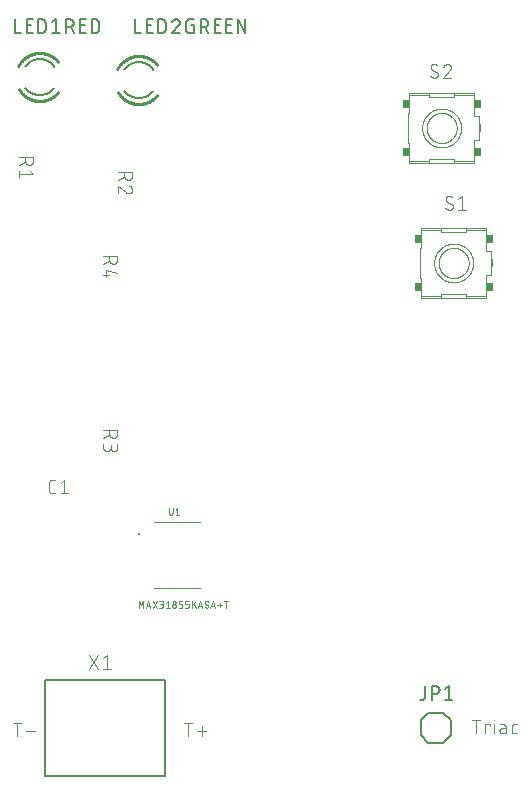
<source format=gto>
G04 EAGLE Gerber RS-274X export*
G75*
%MOMM*%
%FSLAX34Y34*%
%LPD*%
%INSilkscreen Top*%
%IPPOS*%
%AMOC8*
5,1,8,0,0,1.08239X$1,22.5*%
G01*
%ADD10C,0.101600*%
%ADD11C,0.152400*%
%ADD12C,0.127000*%
%ADD13C,0.254000*%
%ADD14R,0.549100X0.757000*%
%ADD15R,0.534300X0.771800*%
%ADD16R,0.534300X0.757000*%
%ADD17R,0.133600X0.756900*%
%ADD18R,0.549100X0.756900*%
%ADD19C,0.254000*%
%ADD20C,0.050800*%
%ADD21C,0.203200*%


D10*
X255214Y107188D02*
X255214Y118872D01*
X258459Y118872D02*
X251968Y118872D01*
X262749Y111732D02*
X270538Y111732D01*
X399994Y107188D02*
X399994Y118872D01*
X403239Y118872D02*
X396748Y118872D01*
X407529Y111732D02*
X415318Y111732D01*
X411424Y115626D02*
X411424Y107837D01*
X643834Y109728D02*
X643834Y121412D01*
X647079Y121412D02*
X640588Y121412D01*
X651591Y117517D02*
X651591Y109728D01*
X651591Y117517D02*
X655485Y117517D01*
X655485Y116219D01*
X659074Y117517D02*
X659074Y109728D01*
X658749Y120763D02*
X658749Y121412D01*
X659398Y121412D01*
X659398Y120763D01*
X658749Y120763D01*
X665929Y114272D02*
X668850Y114272D01*
X665929Y114272D02*
X665835Y114270D01*
X665741Y114264D01*
X665648Y114255D01*
X665555Y114241D01*
X665463Y114224D01*
X665371Y114202D01*
X665281Y114178D01*
X665191Y114149D01*
X665103Y114117D01*
X665016Y114081D01*
X664931Y114041D01*
X664848Y113998D01*
X664766Y113952D01*
X664686Y113902D01*
X664609Y113849D01*
X664534Y113793D01*
X664461Y113734D01*
X664390Y113672D01*
X664322Y113607D01*
X664257Y113539D01*
X664195Y113468D01*
X664136Y113395D01*
X664080Y113320D01*
X664027Y113243D01*
X663977Y113163D01*
X663931Y113081D01*
X663888Y112998D01*
X663848Y112913D01*
X663812Y112826D01*
X663780Y112738D01*
X663751Y112648D01*
X663727Y112558D01*
X663705Y112466D01*
X663688Y112374D01*
X663674Y112281D01*
X663665Y112188D01*
X663659Y112094D01*
X663657Y112000D01*
X663659Y111906D01*
X663665Y111812D01*
X663674Y111719D01*
X663688Y111626D01*
X663705Y111534D01*
X663727Y111442D01*
X663751Y111352D01*
X663780Y111262D01*
X663812Y111174D01*
X663848Y111087D01*
X663888Y111002D01*
X663931Y110919D01*
X663977Y110837D01*
X664027Y110757D01*
X664080Y110680D01*
X664136Y110605D01*
X664195Y110532D01*
X664257Y110461D01*
X664322Y110393D01*
X664390Y110328D01*
X664461Y110266D01*
X664534Y110207D01*
X664609Y110151D01*
X664686Y110098D01*
X664766Y110048D01*
X664848Y110002D01*
X664931Y109959D01*
X665016Y109919D01*
X665103Y109883D01*
X665191Y109851D01*
X665281Y109822D01*
X665371Y109798D01*
X665463Y109776D01*
X665555Y109759D01*
X665648Y109745D01*
X665741Y109736D01*
X665835Y109730D01*
X665929Y109728D01*
X668850Y109728D01*
X668850Y115570D01*
X668848Y115657D01*
X668842Y115745D01*
X668832Y115831D01*
X668819Y115918D01*
X668801Y116003D01*
X668780Y116088D01*
X668755Y116172D01*
X668726Y116254D01*
X668693Y116335D01*
X668657Y116415D01*
X668618Y116493D01*
X668574Y116569D01*
X668528Y116643D01*
X668478Y116714D01*
X668425Y116784D01*
X668369Y116851D01*
X668310Y116915D01*
X668248Y116977D01*
X668184Y117036D01*
X668117Y117092D01*
X668047Y117145D01*
X667976Y117195D01*
X667902Y117241D01*
X667826Y117285D01*
X667748Y117324D01*
X667668Y117360D01*
X667587Y117393D01*
X667505Y117422D01*
X667421Y117447D01*
X667336Y117468D01*
X667251Y117486D01*
X667164Y117499D01*
X667078Y117509D01*
X666990Y117515D01*
X666903Y117517D01*
X664306Y117517D01*
X675964Y109728D02*
X678560Y109728D01*
X675964Y109728D02*
X675877Y109730D01*
X675789Y109736D01*
X675703Y109746D01*
X675616Y109759D01*
X675531Y109777D01*
X675446Y109798D01*
X675362Y109823D01*
X675280Y109852D01*
X675199Y109885D01*
X675119Y109921D01*
X675041Y109960D01*
X674965Y110004D01*
X674891Y110050D01*
X674820Y110100D01*
X674750Y110153D01*
X674683Y110209D01*
X674619Y110268D01*
X674557Y110330D01*
X674498Y110394D01*
X674442Y110461D01*
X674389Y110531D01*
X674339Y110602D01*
X674293Y110676D01*
X674249Y110752D01*
X674210Y110830D01*
X674174Y110910D01*
X674141Y110991D01*
X674112Y111073D01*
X674087Y111157D01*
X674066Y111242D01*
X674048Y111327D01*
X674035Y111414D01*
X674025Y111500D01*
X674019Y111588D01*
X674017Y111675D01*
X674016Y111675D02*
X674016Y115570D01*
X674017Y115570D02*
X674019Y115657D01*
X674025Y115745D01*
X674035Y115831D01*
X674048Y115918D01*
X674066Y116003D01*
X674087Y116088D01*
X674112Y116172D01*
X674141Y116254D01*
X674174Y116335D01*
X674210Y116415D01*
X674249Y116493D01*
X674293Y116569D01*
X674339Y116643D01*
X674389Y116714D01*
X674442Y116784D01*
X674498Y116851D01*
X674557Y116915D01*
X674619Y116977D01*
X674683Y117036D01*
X674750Y117092D01*
X674820Y117145D01*
X674891Y117195D01*
X674965Y117241D01*
X675041Y117285D01*
X675119Y117324D01*
X675199Y117360D01*
X675280Y117393D01*
X675362Y117422D01*
X675446Y117447D01*
X675531Y117468D01*
X675616Y117486D01*
X675703Y117499D01*
X675789Y117509D01*
X675877Y117515D01*
X675964Y117517D01*
X678560Y117517D01*
X287641Y312928D02*
X285044Y312928D01*
X284945Y312930D01*
X284845Y312936D01*
X284746Y312945D01*
X284648Y312958D01*
X284550Y312975D01*
X284452Y312996D01*
X284356Y313021D01*
X284261Y313049D01*
X284167Y313081D01*
X284074Y313116D01*
X283982Y313155D01*
X283892Y313198D01*
X283804Y313243D01*
X283717Y313293D01*
X283633Y313345D01*
X283550Y313401D01*
X283470Y313459D01*
X283392Y313521D01*
X283317Y313586D01*
X283244Y313654D01*
X283174Y313724D01*
X283106Y313797D01*
X283041Y313872D01*
X282979Y313950D01*
X282921Y314030D01*
X282865Y314113D01*
X282813Y314197D01*
X282763Y314284D01*
X282718Y314372D01*
X282675Y314462D01*
X282636Y314554D01*
X282601Y314647D01*
X282569Y314741D01*
X282541Y314836D01*
X282516Y314932D01*
X282495Y315030D01*
X282478Y315128D01*
X282465Y315226D01*
X282456Y315325D01*
X282450Y315425D01*
X282448Y315524D01*
X282448Y322016D01*
X282450Y322115D01*
X282456Y322215D01*
X282465Y322314D01*
X282478Y322412D01*
X282495Y322510D01*
X282516Y322608D01*
X282541Y322704D01*
X282569Y322799D01*
X282601Y322893D01*
X282636Y322986D01*
X282675Y323078D01*
X282718Y323168D01*
X282763Y323256D01*
X282813Y323343D01*
X282865Y323427D01*
X282921Y323510D01*
X282979Y323590D01*
X283041Y323668D01*
X283106Y323743D01*
X283174Y323816D01*
X283244Y323886D01*
X283317Y323954D01*
X283392Y324019D01*
X283470Y324081D01*
X283550Y324139D01*
X283633Y324195D01*
X283717Y324247D01*
X283804Y324297D01*
X283892Y324342D01*
X283982Y324385D01*
X284074Y324424D01*
X284166Y324459D01*
X284261Y324491D01*
X284356Y324519D01*
X284452Y324544D01*
X284550Y324565D01*
X284648Y324582D01*
X284746Y324595D01*
X284845Y324604D01*
X284945Y324610D01*
X285044Y324612D01*
X287641Y324612D01*
X292006Y322016D02*
X295252Y324612D01*
X295252Y312928D01*
X298497Y312928D02*
X292006Y312928D01*
D11*
X603250Y127000D02*
X615950Y127000D01*
X622300Y120650D01*
X622300Y107950D01*
X615950Y101600D01*
X596900Y107950D02*
X596900Y120650D01*
X603250Y127000D01*
X596900Y107950D02*
X603250Y101600D01*
X615950Y101600D01*
D12*
X600583Y140843D02*
X600583Y149733D01*
X600583Y140843D02*
X600581Y140743D01*
X600575Y140644D01*
X600565Y140544D01*
X600552Y140446D01*
X600534Y140347D01*
X600513Y140250D01*
X600488Y140154D01*
X600459Y140058D01*
X600426Y139964D01*
X600390Y139871D01*
X600350Y139780D01*
X600306Y139690D01*
X600259Y139602D01*
X600209Y139516D01*
X600155Y139432D01*
X600098Y139350D01*
X600038Y139271D01*
X599974Y139193D01*
X599908Y139119D01*
X599839Y139047D01*
X599767Y138978D01*
X599693Y138912D01*
X599615Y138848D01*
X599536Y138788D01*
X599454Y138731D01*
X599370Y138677D01*
X599284Y138627D01*
X599196Y138580D01*
X599106Y138536D01*
X599015Y138496D01*
X598922Y138460D01*
X598828Y138427D01*
X598732Y138398D01*
X598636Y138373D01*
X598539Y138352D01*
X598440Y138334D01*
X598342Y138321D01*
X598242Y138311D01*
X598143Y138305D01*
X598043Y138303D01*
X596773Y138303D01*
X606563Y138303D02*
X606563Y149733D01*
X609738Y149733D01*
X609849Y149731D01*
X609959Y149725D01*
X610070Y149716D01*
X610180Y149702D01*
X610289Y149685D01*
X610398Y149664D01*
X610506Y149639D01*
X610613Y149610D01*
X610719Y149578D01*
X610824Y149542D01*
X610927Y149502D01*
X611029Y149459D01*
X611130Y149412D01*
X611229Y149361D01*
X611326Y149308D01*
X611420Y149251D01*
X611513Y149190D01*
X611604Y149127D01*
X611693Y149060D01*
X611779Y148990D01*
X611862Y148917D01*
X611944Y148842D01*
X612022Y148764D01*
X612097Y148682D01*
X612170Y148599D01*
X612240Y148513D01*
X612307Y148424D01*
X612370Y148333D01*
X612431Y148240D01*
X612488Y148145D01*
X612541Y148049D01*
X612592Y147950D01*
X612639Y147849D01*
X612682Y147747D01*
X612722Y147644D01*
X612758Y147539D01*
X612790Y147433D01*
X612819Y147326D01*
X612844Y147218D01*
X612865Y147109D01*
X612882Y147000D01*
X612896Y146890D01*
X612905Y146779D01*
X612911Y146669D01*
X612913Y146558D01*
X612911Y146447D01*
X612905Y146337D01*
X612896Y146226D01*
X612882Y146116D01*
X612865Y146007D01*
X612844Y145898D01*
X612819Y145790D01*
X612790Y145683D01*
X612758Y145577D01*
X612722Y145472D01*
X612682Y145369D01*
X612639Y145267D01*
X612592Y145166D01*
X612541Y145067D01*
X612488Y144970D01*
X612431Y144876D01*
X612370Y144783D01*
X612307Y144692D01*
X612240Y144603D01*
X612170Y144517D01*
X612097Y144434D01*
X612022Y144352D01*
X611944Y144274D01*
X611862Y144199D01*
X611779Y144126D01*
X611693Y144056D01*
X611604Y143989D01*
X611513Y143926D01*
X611420Y143865D01*
X611326Y143808D01*
X611229Y143755D01*
X611130Y143704D01*
X611029Y143657D01*
X610927Y143614D01*
X610824Y143574D01*
X610719Y143538D01*
X610613Y143506D01*
X610506Y143477D01*
X610398Y143452D01*
X610289Y143431D01*
X610180Y143414D01*
X610070Y143400D01*
X609959Y143391D01*
X609849Y143385D01*
X609738Y143383D01*
X606563Y143383D01*
X617422Y147193D02*
X620597Y149733D01*
X620597Y138303D01*
X617422Y138303D02*
X623772Y138303D01*
D11*
X286721Y674338D02*
X286502Y674638D01*
X286275Y674932D01*
X286041Y675220D01*
X285800Y675503D01*
X285553Y675780D01*
X285298Y676051D01*
X285037Y676315D01*
X284770Y676573D01*
X284497Y676824D01*
X284217Y677069D01*
X283932Y677307D01*
X283641Y677537D01*
X283344Y677761D01*
X283042Y677977D01*
X282735Y678186D01*
X282423Y678387D01*
X282106Y678581D01*
X281784Y678767D01*
X281458Y678945D01*
X281128Y679115D01*
X280794Y679277D01*
X280456Y679430D01*
X280114Y679576D01*
X279769Y679713D01*
X279420Y679841D01*
X279069Y679961D01*
X278714Y680073D01*
X278357Y680175D01*
X277998Y680270D01*
X277637Y680355D01*
X277273Y680431D01*
X276908Y680499D01*
X276541Y680557D01*
X276173Y680607D01*
X275804Y680648D01*
X275434Y680679D01*
X275063Y680702D01*
X274692Y680715D01*
X274320Y680720D01*
X273948Y680715D01*
X273577Y680702D01*
X273205Y680679D01*
X272835Y680647D01*
X272465Y680607D01*
X272097Y680557D01*
X271729Y680498D01*
X271364Y680431D01*
X271000Y680354D01*
X270638Y680268D01*
X270278Y680174D01*
X269921Y680071D01*
X269566Y679960D01*
X269214Y679839D01*
X268865Y679710D01*
X268520Y679573D01*
X268178Y679427D01*
X267839Y679273D01*
X267504Y679111D01*
X267174Y678941D01*
X266848Y678762D01*
X266526Y678576D01*
X266208Y678382D01*
X265896Y678180D01*
X265589Y677971D01*
X265287Y677754D01*
X264990Y677530D01*
X264698Y677299D01*
X264413Y677061D01*
X264133Y676815D01*
X263860Y676563D01*
X263592Y676305D01*
X263332Y676040D01*
X263077Y675769D01*
X262829Y675491D01*
X262589Y675208D01*
X262355Y674919D01*
X262128Y674624D01*
X274320Y650240D02*
X274685Y650244D01*
X275050Y650257D01*
X275414Y650279D01*
X275777Y650310D01*
X276140Y650349D01*
X276502Y650397D01*
X276862Y650454D01*
X277221Y650519D01*
X277579Y650592D01*
X277934Y650675D01*
X278287Y650765D01*
X278639Y650865D01*
X278987Y650972D01*
X279333Y651088D01*
X279676Y651212D01*
X280016Y651345D01*
X280353Y651485D01*
X280686Y651633D01*
X281016Y651790D01*
X281342Y651954D01*
X281664Y652126D01*
X281981Y652306D01*
X282294Y652493D01*
X282603Y652687D01*
X282907Y652889D01*
X283206Y653099D01*
X283500Y653315D01*
X283788Y653538D01*
X284071Y653768D01*
X284349Y654005D01*
X284621Y654248D01*
X284887Y654498D01*
X285147Y654754D01*
X285400Y655017D01*
X285648Y655285D01*
X285888Y655559D01*
X286123Y655839D01*
X286350Y656124D01*
X274320Y650240D02*
X273955Y650244D01*
X273590Y650257D01*
X273226Y650279D01*
X272863Y650310D01*
X272500Y650349D01*
X272138Y650397D01*
X271778Y650454D01*
X271419Y650519D01*
X271061Y650592D01*
X270706Y650675D01*
X270353Y650765D01*
X270001Y650865D01*
X269653Y650972D01*
X269307Y651088D01*
X268964Y651212D01*
X268624Y651345D01*
X268287Y651485D01*
X267954Y651633D01*
X267624Y651790D01*
X267298Y651954D01*
X266976Y652126D01*
X266659Y652306D01*
X266346Y652493D01*
X266037Y652687D01*
X265733Y652889D01*
X265434Y653099D01*
X265140Y653315D01*
X264852Y653538D01*
X264569Y653768D01*
X264291Y654005D01*
X264019Y654248D01*
X263753Y654498D01*
X263493Y654754D01*
X263240Y655017D01*
X262992Y655285D01*
X262752Y655559D01*
X262517Y655839D01*
X262290Y656124D01*
D13*
X274320Y685800D02*
X274814Y685794D01*
X275308Y685776D01*
X275802Y685746D01*
X276295Y685704D01*
X276786Y685650D01*
X277276Y685584D01*
X277764Y685506D01*
X278251Y685416D01*
X278735Y685315D01*
X279216Y685201D01*
X279694Y685076D01*
X280170Y684940D01*
X280641Y684792D01*
X281109Y684632D01*
X281573Y684461D01*
X282033Y684279D01*
X282488Y684086D01*
X282939Y683882D01*
X283384Y683667D01*
X283824Y683441D01*
X284258Y683204D01*
X284686Y682957D01*
X285108Y682700D01*
X285524Y682432D01*
X285933Y682154D01*
X286335Y681867D01*
X286731Y681570D01*
X287118Y681263D01*
X287499Y680947D01*
X287871Y680622D01*
X288236Y680287D01*
X288592Y679944D01*
X288939Y679593D01*
X289279Y679233D01*
X289609Y678865D01*
X289930Y678489D01*
X274320Y685800D02*
X273832Y685794D01*
X273345Y685777D01*
X272858Y685747D01*
X272371Y685706D01*
X271886Y685654D01*
X271402Y685589D01*
X270920Y685513D01*
X270440Y685426D01*
X269962Y685327D01*
X269487Y685217D01*
X269014Y685095D01*
X268545Y684962D01*
X268078Y684817D01*
X267616Y684662D01*
X267157Y684495D01*
X266702Y684318D01*
X266252Y684129D01*
X265807Y683930D01*
X265366Y683720D01*
X264930Y683500D01*
X264500Y683269D01*
X264076Y683028D01*
X263658Y682777D01*
X263245Y682516D01*
X262839Y682245D01*
X262440Y681965D01*
X262047Y681675D01*
X261662Y681375D01*
X261284Y681066D01*
X260913Y680749D01*
X260551Y680422D01*
X260196Y680087D01*
X259849Y679744D01*
X259511Y679392D01*
X259181Y679033D01*
X258860Y678665D01*
X258547Y678290D01*
X258244Y677907D01*
X257950Y677518D01*
X257666Y677121D01*
X257391Y676718D01*
X257126Y676308D01*
X256871Y675892D01*
X256626Y675470D01*
X256391Y675042D01*
X274320Y645160D02*
X274810Y645166D01*
X275300Y645184D01*
X275789Y645213D01*
X276278Y645255D01*
X276765Y645308D01*
X277251Y645372D01*
X277735Y645449D01*
X278217Y645537D01*
X278697Y645637D01*
X279175Y645748D01*
X279649Y645871D01*
X280121Y646006D01*
X280589Y646151D01*
X281053Y646308D01*
X281514Y646476D01*
X281970Y646655D01*
X282422Y646845D01*
X282869Y647046D01*
X283311Y647258D01*
X283748Y647480D01*
X284180Y647712D01*
X284606Y647955D01*
X285025Y648209D01*
X285439Y648472D01*
X285846Y648745D01*
X286246Y649028D01*
X286640Y649321D01*
X287026Y649622D01*
X287405Y649934D01*
X287776Y650254D01*
X288139Y650583D01*
X288495Y650920D01*
X288842Y651267D01*
X289180Y651621D01*
X289510Y651984D01*
X289832Y652354D01*
X274320Y645160D02*
X273823Y645166D01*
X273326Y645184D01*
X272830Y645215D01*
X272335Y645257D01*
X271841Y645312D01*
X271348Y645378D01*
X270858Y645457D01*
X270369Y645548D01*
X269883Y645650D01*
X269399Y645765D01*
X268919Y645891D01*
X268441Y646029D01*
X267967Y646178D01*
X267497Y646339D01*
X267031Y646512D01*
X266569Y646696D01*
X266112Y646891D01*
X265660Y647097D01*
X265213Y647314D01*
X264772Y647543D01*
X264336Y647781D01*
X263906Y648031D01*
X263483Y648291D01*
X263065Y648561D01*
X262655Y648841D01*
X262252Y649131D01*
X261855Y649431D01*
X261467Y649741D01*
X261086Y650060D01*
X260713Y650388D01*
X260348Y650725D01*
X259991Y651071D01*
X259643Y651426D01*
X259304Y651789D01*
X258973Y652160D01*
X258652Y652540D01*
X258340Y652927D01*
X258038Y653321D01*
X257746Y653723D01*
X257463Y654132D01*
X257191Y654547D01*
X256928Y654970D01*
X256677Y655398D01*
D12*
X253365Y702945D02*
X253365Y714375D01*
X253365Y702945D02*
X258445Y702945D01*
X263271Y702945D02*
X268351Y702945D01*
X263271Y702945D02*
X263271Y714375D01*
X268351Y714375D01*
X267081Y709295D02*
X263271Y709295D01*
X273152Y714375D02*
X273152Y702945D01*
X273152Y714375D02*
X276327Y714375D01*
X276438Y714373D01*
X276548Y714367D01*
X276659Y714358D01*
X276769Y714344D01*
X276878Y714327D01*
X276987Y714306D01*
X277095Y714281D01*
X277202Y714252D01*
X277308Y714220D01*
X277413Y714184D01*
X277516Y714144D01*
X277618Y714101D01*
X277719Y714054D01*
X277818Y714003D01*
X277915Y713950D01*
X278009Y713893D01*
X278102Y713832D01*
X278193Y713769D01*
X278282Y713702D01*
X278368Y713632D01*
X278451Y713559D01*
X278533Y713484D01*
X278611Y713406D01*
X278686Y713324D01*
X278759Y713241D01*
X278829Y713155D01*
X278896Y713066D01*
X278959Y712975D01*
X279020Y712882D01*
X279077Y712788D01*
X279130Y712691D01*
X279181Y712592D01*
X279228Y712491D01*
X279271Y712389D01*
X279311Y712286D01*
X279347Y712181D01*
X279379Y712075D01*
X279408Y711968D01*
X279433Y711860D01*
X279454Y711751D01*
X279471Y711642D01*
X279485Y711532D01*
X279494Y711421D01*
X279500Y711311D01*
X279502Y711200D01*
X279502Y706120D01*
X279500Y706009D01*
X279494Y705899D01*
X279485Y705788D01*
X279471Y705678D01*
X279454Y705569D01*
X279433Y705460D01*
X279408Y705352D01*
X279379Y705245D01*
X279347Y705139D01*
X279311Y705034D01*
X279271Y704931D01*
X279228Y704829D01*
X279181Y704728D01*
X279130Y704629D01*
X279077Y704533D01*
X279020Y704438D01*
X278959Y704345D01*
X278896Y704254D01*
X278829Y704165D01*
X278759Y704079D01*
X278686Y703996D01*
X278611Y703914D01*
X278533Y703836D01*
X278451Y703761D01*
X278368Y703688D01*
X278282Y703618D01*
X278193Y703551D01*
X278102Y703488D01*
X278009Y703427D01*
X277915Y703370D01*
X277818Y703317D01*
X277719Y703266D01*
X277618Y703219D01*
X277516Y703176D01*
X277413Y703136D01*
X277308Y703100D01*
X277202Y703068D01*
X277095Y703039D01*
X276987Y703014D01*
X276878Y702993D01*
X276769Y702976D01*
X276659Y702962D01*
X276548Y702953D01*
X276438Y702947D01*
X276327Y702945D01*
X273152Y702945D01*
X284963Y711835D02*
X288138Y714375D01*
X288138Y702945D01*
X284963Y702945D02*
X291313Y702945D01*
X296856Y702945D02*
X296856Y714375D01*
X300031Y714375D01*
X300142Y714373D01*
X300252Y714367D01*
X300363Y714358D01*
X300473Y714344D01*
X300582Y714327D01*
X300691Y714306D01*
X300799Y714281D01*
X300906Y714252D01*
X301012Y714220D01*
X301117Y714184D01*
X301220Y714144D01*
X301322Y714101D01*
X301423Y714054D01*
X301522Y714003D01*
X301619Y713950D01*
X301713Y713893D01*
X301806Y713832D01*
X301897Y713769D01*
X301986Y713702D01*
X302072Y713632D01*
X302155Y713559D01*
X302237Y713484D01*
X302315Y713406D01*
X302390Y713324D01*
X302463Y713241D01*
X302533Y713155D01*
X302600Y713066D01*
X302663Y712975D01*
X302724Y712882D01*
X302781Y712787D01*
X302834Y712691D01*
X302885Y712592D01*
X302932Y712491D01*
X302975Y712389D01*
X303015Y712286D01*
X303051Y712181D01*
X303083Y712075D01*
X303112Y711968D01*
X303137Y711860D01*
X303158Y711751D01*
X303175Y711642D01*
X303189Y711532D01*
X303198Y711421D01*
X303204Y711311D01*
X303206Y711200D01*
X303204Y711089D01*
X303198Y710979D01*
X303189Y710868D01*
X303175Y710758D01*
X303158Y710649D01*
X303137Y710540D01*
X303112Y710432D01*
X303083Y710325D01*
X303051Y710219D01*
X303015Y710114D01*
X302975Y710011D01*
X302932Y709909D01*
X302885Y709808D01*
X302834Y709709D01*
X302781Y709613D01*
X302724Y709518D01*
X302663Y709425D01*
X302600Y709334D01*
X302533Y709245D01*
X302463Y709159D01*
X302390Y709076D01*
X302315Y708994D01*
X302237Y708916D01*
X302155Y708841D01*
X302072Y708768D01*
X301986Y708698D01*
X301897Y708631D01*
X301806Y708568D01*
X301713Y708507D01*
X301619Y708450D01*
X301522Y708397D01*
X301423Y708346D01*
X301322Y708299D01*
X301220Y708256D01*
X301117Y708216D01*
X301012Y708180D01*
X300906Y708148D01*
X300799Y708119D01*
X300691Y708094D01*
X300582Y708073D01*
X300473Y708056D01*
X300363Y708042D01*
X300252Y708033D01*
X300142Y708027D01*
X300031Y708025D01*
X296856Y708025D01*
X300666Y708025D02*
X303206Y702945D01*
X308610Y702945D02*
X313690Y702945D01*
X308610Y702945D02*
X308610Y714375D01*
X313690Y714375D01*
X312420Y709295D02*
X308610Y709295D01*
X318491Y714375D02*
X318491Y702945D01*
X318491Y714375D02*
X321666Y714375D01*
X321777Y714373D01*
X321887Y714367D01*
X321998Y714358D01*
X322108Y714344D01*
X322217Y714327D01*
X322326Y714306D01*
X322434Y714281D01*
X322541Y714252D01*
X322647Y714220D01*
X322752Y714184D01*
X322855Y714144D01*
X322957Y714101D01*
X323058Y714054D01*
X323157Y714003D01*
X323254Y713950D01*
X323348Y713893D01*
X323441Y713832D01*
X323532Y713769D01*
X323621Y713702D01*
X323707Y713632D01*
X323790Y713559D01*
X323872Y713484D01*
X323950Y713406D01*
X324025Y713324D01*
X324098Y713241D01*
X324168Y713155D01*
X324235Y713066D01*
X324298Y712975D01*
X324359Y712882D01*
X324416Y712788D01*
X324469Y712691D01*
X324520Y712592D01*
X324567Y712491D01*
X324610Y712389D01*
X324650Y712286D01*
X324686Y712181D01*
X324718Y712075D01*
X324747Y711968D01*
X324772Y711860D01*
X324793Y711751D01*
X324810Y711642D01*
X324824Y711532D01*
X324833Y711421D01*
X324839Y711311D01*
X324841Y711200D01*
X324841Y706120D01*
X324839Y706009D01*
X324833Y705899D01*
X324824Y705788D01*
X324810Y705678D01*
X324793Y705569D01*
X324772Y705460D01*
X324747Y705352D01*
X324718Y705245D01*
X324686Y705139D01*
X324650Y705034D01*
X324610Y704931D01*
X324567Y704829D01*
X324520Y704728D01*
X324469Y704629D01*
X324416Y704533D01*
X324359Y704438D01*
X324298Y704345D01*
X324235Y704254D01*
X324168Y704165D01*
X324098Y704079D01*
X324025Y703996D01*
X323950Y703914D01*
X323872Y703836D01*
X323790Y703761D01*
X323707Y703688D01*
X323621Y703618D01*
X323532Y703551D01*
X323441Y703488D01*
X323348Y703427D01*
X323254Y703370D01*
X323157Y703317D01*
X323058Y703266D01*
X322957Y703219D01*
X322855Y703176D01*
X322752Y703136D01*
X322647Y703100D01*
X322541Y703068D01*
X322434Y703039D01*
X322326Y703014D01*
X322217Y702993D01*
X322108Y702976D01*
X321998Y702962D01*
X321887Y702953D01*
X321777Y702947D01*
X321666Y702945D01*
X318491Y702945D01*
D11*
X358140Y678180D02*
X358512Y678175D01*
X358883Y678162D01*
X359254Y678139D01*
X359624Y678108D01*
X359993Y678067D01*
X360361Y678017D01*
X360728Y677959D01*
X361093Y677891D01*
X361457Y677815D01*
X361818Y677730D01*
X362177Y677635D01*
X362534Y677533D01*
X362889Y677421D01*
X363240Y677301D01*
X363589Y677173D01*
X363934Y677036D01*
X364276Y676890D01*
X364614Y676737D01*
X364948Y676575D01*
X365278Y676405D01*
X365604Y676227D01*
X365926Y676041D01*
X366243Y675847D01*
X366555Y675646D01*
X366862Y675437D01*
X367164Y675221D01*
X367461Y674997D01*
X367752Y674767D01*
X368037Y674529D01*
X368317Y674284D01*
X368590Y674033D01*
X368857Y673775D01*
X369118Y673511D01*
X369373Y673240D01*
X369620Y672963D01*
X369861Y672680D01*
X370095Y672392D01*
X370322Y672098D01*
X370541Y671798D01*
X358140Y678180D02*
X357768Y678175D01*
X357397Y678162D01*
X357025Y678139D01*
X356655Y678107D01*
X356285Y678067D01*
X355917Y678017D01*
X355549Y677958D01*
X355184Y677891D01*
X354820Y677814D01*
X354458Y677728D01*
X354098Y677634D01*
X353741Y677531D01*
X353386Y677420D01*
X353034Y677299D01*
X352685Y677170D01*
X352340Y677033D01*
X351998Y676887D01*
X351659Y676733D01*
X351324Y676571D01*
X350994Y676401D01*
X350668Y676222D01*
X350346Y676036D01*
X350028Y675842D01*
X349716Y675640D01*
X349409Y675431D01*
X349107Y675214D01*
X348810Y674990D01*
X348518Y674759D01*
X348233Y674521D01*
X347953Y674275D01*
X347680Y674023D01*
X347412Y673765D01*
X347152Y673500D01*
X346897Y673229D01*
X346649Y672951D01*
X346409Y672668D01*
X346175Y672379D01*
X345948Y672084D01*
X358140Y647700D02*
X358505Y647704D01*
X358870Y647717D01*
X359234Y647739D01*
X359597Y647770D01*
X359960Y647809D01*
X360322Y647857D01*
X360682Y647914D01*
X361041Y647979D01*
X361399Y648052D01*
X361754Y648135D01*
X362107Y648225D01*
X362459Y648325D01*
X362807Y648432D01*
X363153Y648548D01*
X363496Y648672D01*
X363836Y648805D01*
X364173Y648945D01*
X364506Y649093D01*
X364836Y649250D01*
X365162Y649414D01*
X365484Y649586D01*
X365801Y649766D01*
X366114Y649953D01*
X366423Y650147D01*
X366727Y650349D01*
X367026Y650559D01*
X367320Y650775D01*
X367608Y650998D01*
X367891Y651228D01*
X368169Y651465D01*
X368441Y651708D01*
X368707Y651958D01*
X368967Y652214D01*
X369220Y652477D01*
X369468Y652745D01*
X369708Y653019D01*
X369943Y653299D01*
X370170Y653584D01*
X358140Y647700D02*
X357775Y647704D01*
X357410Y647717D01*
X357046Y647739D01*
X356683Y647770D01*
X356320Y647809D01*
X355958Y647857D01*
X355598Y647914D01*
X355239Y647979D01*
X354881Y648052D01*
X354526Y648135D01*
X354173Y648225D01*
X353821Y648325D01*
X353473Y648432D01*
X353127Y648548D01*
X352784Y648672D01*
X352444Y648805D01*
X352107Y648945D01*
X351774Y649093D01*
X351444Y649250D01*
X351118Y649414D01*
X350796Y649586D01*
X350479Y649766D01*
X350166Y649953D01*
X349857Y650147D01*
X349553Y650349D01*
X349254Y650559D01*
X348960Y650775D01*
X348672Y650998D01*
X348389Y651228D01*
X348111Y651465D01*
X347839Y651708D01*
X347573Y651958D01*
X347313Y652214D01*
X347060Y652477D01*
X346812Y652745D01*
X346572Y653019D01*
X346337Y653299D01*
X346110Y653584D01*
D13*
X358140Y683260D02*
X358634Y683254D01*
X359128Y683236D01*
X359622Y683206D01*
X360115Y683164D01*
X360606Y683110D01*
X361096Y683044D01*
X361584Y682966D01*
X362071Y682876D01*
X362555Y682775D01*
X363036Y682661D01*
X363514Y682536D01*
X363990Y682400D01*
X364461Y682252D01*
X364929Y682092D01*
X365393Y681921D01*
X365853Y681739D01*
X366308Y681546D01*
X366759Y681342D01*
X367204Y681127D01*
X367644Y680901D01*
X368078Y680664D01*
X368506Y680417D01*
X368928Y680160D01*
X369344Y679892D01*
X369753Y679614D01*
X370155Y679327D01*
X370551Y679030D01*
X370938Y678723D01*
X371319Y678407D01*
X371691Y678082D01*
X372056Y677747D01*
X372412Y677404D01*
X372759Y677053D01*
X373099Y676693D01*
X373429Y676325D01*
X373750Y675949D01*
X358140Y683260D02*
X357652Y683254D01*
X357165Y683237D01*
X356678Y683207D01*
X356191Y683166D01*
X355706Y683114D01*
X355222Y683049D01*
X354740Y682973D01*
X354260Y682886D01*
X353782Y682787D01*
X353307Y682677D01*
X352834Y682555D01*
X352365Y682422D01*
X351898Y682277D01*
X351436Y682122D01*
X350977Y681955D01*
X350522Y681778D01*
X350072Y681589D01*
X349627Y681390D01*
X349186Y681180D01*
X348750Y680960D01*
X348320Y680729D01*
X347896Y680488D01*
X347478Y680237D01*
X347065Y679976D01*
X346659Y679705D01*
X346260Y679425D01*
X345867Y679135D01*
X345482Y678835D01*
X345104Y678526D01*
X344733Y678209D01*
X344371Y677882D01*
X344016Y677547D01*
X343669Y677204D01*
X343331Y676852D01*
X343001Y676493D01*
X342680Y676125D01*
X342367Y675750D01*
X342064Y675367D01*
X341770Y674978D01*
X341486Y674581D01*
X341211Y674178D01*
X340946Y673768D01*
X340691Y673352D01*
X340446Y672930D01*
X340211Y672502D01*
X358140Y642620D02*
X358630Y642626D01*
X359120Y642644D01*
X359609Y642673D01*
X360098Y642715D01*
X360585Y642768D01*
X361071Y642832D01*
X361555Y642909D01*
X362037Y642997D01*
X362517Y643097D01*
X362995Y643208D01*
X363469Y643331D01*
X363941Y643466D01*
X364409Y643611D01*
X364873Y643768D01*
X365334Y643936D01*
X365790Y644115D01*
X366242Y644305D01*
X366689Y644506D01*
X367131Y644718D01*
X367568Y644940D01*
X368000Y645172D01*
X368426Y645415D01*
X368845Y645669D01*
X369259Y645932D01*
X369666Y646205D01*
X370066Y646488D01*
X370460Y646781D01*
X370846Y647082D01*
X371225Y647394D01*
X371596Y647714D01*
X371959Y648043D01*
X372315Y648380D01*
X372662Y648727D01*
X373000Y649081D01*
X373330Y649444D01*
X373652Y649814D01*
X358140Y642620D02*
X357643Y642626D01*
X357146Y642644D01*
X356650Y642675D01*
X356155Y642717D01*
X355661Y642772D01*
X355168Y642838D01*
X354678Y642917D01*
X354189Y643008D01*
X353703Y643110D01*
X353219Y643225D01*
X352739Y643351D01*
X352261Y643489D01*
X351787Y643638D01*
X351317Y643799D01*
X350851Y643972D01*
X350389Y644156D01*
X349932Y644351D01*
X349480Y644557D01*
X349033Y644774D01*
X348592Y645003D01*
X348156Y645241D01*
X347726Y645491D01*
X347303Y645751D01*
X346885Y646021D01*
X346475Y646301D01*
X346072Y646591D01*
X345675Y646891D01*
X345287Y647201D01*
X344906Y647520D01*
X344533Y647848D01*
X344168Y648185D01*
X343811Y648531D01*
X343463Y648886D01*
X343124Y649249D01*
X342793Y649620D01*
X342472Y650000D01*
X342160Y650387D01*
X341858Y650781D01*
X341566Y651183D01*
X341283Y651592D01*
X341011Y652007D01*
X340748Y652430D01*
X340497Y652858D01*
D12*
X354965Y702945D02*
X354965Y714375D01*
X354965Y702945D02*
X360045Y702945D01*
X364871Y702945D02*
X369951Y702945D01*
X364871Y702945D02*
X364871Y714375D01*
X369951Y714375D01*
X368681Y709295D02*
X364871Y709295D01*
X374752Y714375D02*
X374752Y702945D01*
X374752Y714375D02*
X377927Y714375D01*
X378038Y714373D01*
X378148Y714367D01*
X378259Y714358D01*
X378369Y714344D01*
X378478Y714327D01*
X378587Y714306D01*
X378695Y714281D01*
X378802Y714252D01*
X378908Y714220D01*
X379013Y714184D01*
X379116Y714144D01*
X379218Y714101D01*
X379319Y714054D01*
X379418Y714003D01*
X379515Y713950D01*
X379609Y713893D01*
X379702Y713832D01*
X379793Y713769D01*
X379882Y713702D01*
X379968Y713632D01*
X380051Y713559D01*
X380133Y713484D01*
X380211Y713406D01*
X380286Y713324D01*
X380359Y713241D01*
X380429Y713155D01*
X380496Y713066D01*
X380559Y712975D01*
X380620Y712882D01*
X380677Y712788D01*
X380730Y712691D01*
X380781Y712592D01*
X380828Y712491D01*
X380871Y712389D01*
X380911Y712286D01*
X380947Y712181D01*
X380979Y712075D01*
X381008Y711968D01*
X381033Y711860D01*
X381054Y711751D01*
X381071Y711642D01*
X381085Y711532D01*
X381094Y711421D01*
X381100Y711311D01*
X381102Y711200D01*
X381102Y706120D01*
X381100Y706009D01*
X381094Y705899D01*
X381085Y705788D01*
X381071Y705678D01*
X381054Y705569D01*
X381033Y705460D01*
X381008Y705352D01*
X380979Y705245D01*
X380947Y705139D01*
X380911Y705034D01*
X380871Y704931D01*
X380828Y704829D01*
X380781Y704728D01*
X380730Y704629D01*
X380677Y704533D01*
X380620Y704438D01*
X380559Y704345D01*
X380496Y704254D01*
X380429Y704165D01*
X380359Y704079D01*
X380286Y703996D01*
X380211Y703914D01*
X380133Y703836D01*
X380051Y703761D01*
X379968Y703688D01*
X379882Y703618D01*
X379793Y703551D01*
X379702Y703488D01*
X379609Y703427D01*
X379515Y703370D01*
X379418Y703317D01*
X379319Y703266D01*
X379218Y703219D01*
X379116Y703176D01*
X379013Y703136D01*
X378908Y703100D01*
X378802Y703068D01*
X378695Y703039D01*
X378587Y703014D01*
X378478Y702993D01*
X378369Y702976D01*
X378259Y702962D01*
X378148Y702953D01*
X378038Y702947D01*
X377927Y702945D01*
X374752Y702945D01*
X390055Y714376D02*
X390159Y714374D01*
X390264Y714368D01*
X390368Y714359D01*
X390471Y714346D01*
X390574Y714328D01*
X390676Y714308D01*
X390778Y714283D01*
X390878Y714255D01*
X390978Y714223D01*
X391076Y714187D01*
X391173Y714148D01*
X391268Y714106D01*
X391362Y714060D01*
X391454Y714010D01*
X391544Y713958D01*
X391632Y713902D01*
X391718Y713842D01*
X391802Y713780D01*
X391883Y713715D01*
X391962Y713647D01*
X392039Y713575D01*
X392112Y713502D01*
X392184Y713425D01*
X392252Y713346D01*
X392317Y713265D01*
X392379Y713181D01*
X392439Y713095D01*
X392495Y713007D01*
X392547Y712917D01*
X392597Y712825D01*
X392643Y712731D01*
X392685Y712636D01*
X392724Y712539D01*
X392760Y712441D01*
X392792Y712341D01*
X392820Y712241D01*
X392845Y712139D01*
X392865Y712037D01*
X392883Y711934D01*
X392896Y711831D01*
X392905Y711727D01*
X392911Y711622D01*
X392913Y711518D01*
X390055Y714375D02*
X389937Y714373D01*
X389818Y714367D01*
X389700Y714358D01*
X389583Y714345D01*
X389466Y714327D01*
X389349Y714307D01*
X389233Y714282D01*
X389118Y714254D01*
X389005Y714221D01*
X388892Y714186D01*
X388780Y714146D01*
X388670Y714104D01*
X388561Y714057D01*
X388453Y714007D01*
X388348Y713954D01*
X388244Y713897D01*
X388142Y713837D01*
X388042Y713774D01*
X387944Y713707D01*
X387848Y713638D01*
X387755Y713565D01*
X387664Y713489D01*
X387575Y713411D01*
X387489Y713329D01*
X387406Y713245D01*
X387325Y713159D01*
X387248Y713069D01*
X387173Y712978D01*
X387101Y712884D01*
X387032Y712787D01*
X386967Y712689D01*
X386904Y712588D01*
X386845Y712485D01*
X386789Y712381D01*
X386737Y712275D01*
X386688Y712167D01*
X386643Y712058D01*
X386601Y711947D01*
X386563Y711835D01*
X391960Y709296D02*
X392036Y709371D01*
X392111Y709450D01*
X392182Y709531D01*
X392251Y709615D01*
X392316Y709701D01*
X392378Y709789D01*
X392438Y709879D01*
X392494Y709971D01*
X392547Y710066D01*
X392596Y710162D01*
X392642Y710260D01*
X392685Y710359D01*
X392724Y710460D01*
X392759Y710562D01*
X392791Y710665D01*
X392819Y710769D01*
X392844Y710874D01*
X392865Y710981D01*
X392882Y711087D01*
X392895Y711194D01*
X392904Y711302D01*
X392910Y711410D01*
X392912Y711518D01*
X391960Y709295D02*
X386563Y702945D01*
X392913Y702945D01*
X402819Y709295D02*
X404724Y709295D01*
X404724Y702945D01*
X400914Y702945D01*
X400814Y702947D01*
X400715Y702953D01*
X400615Y702963D01*
X400517Y702976D01*
X400418Y702994D01*
X400321Y703015D01*
X400225Y703040D01*
X400129Y703069D01*
X400035Y703102D01*
X399942Y703138D01*
X399851Y703178D01*
X399761Y703222D01*
X399673Y703269D01*
X399587Y703319D01*
X399503Y703373D01*
X399421Y703430D01*
X399342Y703490D01*
X399264Y703554D01*
X399190Y703620D01*
X399118Y703689D01*
X399049Y703761D01*
X398983Y703835D01*
X398919Y703913D01*
X398859Y703992D01*
X398802Y704074D01*
X398748Y704158D01*
X398698Y704244D01*
X398651Y704332D01*
X398607Y704422D01*
X398567Y704513D01*
X398531Y704606D01*
X398498Y704700D01*
X398469Y704796D01*
X398444Y704892D01*
X398423Y704989D01*
X398405Y705088D01*
X398392Y705186D01*
X398382Y705286D01*
X398376Y705385D01*
X398374Y705485D01*
X398374Y711835D01*
X398376Y711935D01*
X398382Y712034D01*
X398392Y712134D01*
X398405Y712232D01*
X398423Y712331D01*
X398444Y712428D01*
X398469Y712524D01*
X398498Y712620D01*
X398531Y712714D01*
X398567Y712807D01*
X398607Y712898D01*
X398651Y712988D01*
X398698Y713076D01*
X398748Y713162D01*
X398802Y713246D01*
X398859Y713328D01*
X398919Y713407D01*
X398983Y713485D01*
X399049Y713559D01*
X399118Y713631D01*
X399190Y713700D01*
X399264Y713766D01*
X399342Y713830D01*
X399421Y713890D01*
X399503Y713947D01*
X399587Y714001D01*
X399673Y714051D01*
X399761Y714098D01*
X399851Y714142D01*
X399942Y714182D01*
X400035Y714218D01*
X400129Y714251D01*
X400225Y714280D01*
X400321Y714305D01*
X400418Y714326D01*
X400517Y714344D01*
X400615Y714357D01*
X400715Y714367D01*
X400814Y714373D01*
X400914Y714375D01*
X404724Y714375D01*
X410648Y714375D02*
X410648Y702945D01*
X410648Y714375D02*
X413823Y714375D01*
X413934Y714373D01*
X414044Y714367D01*
X414155Y714358D01*
X414265Y714344D01*
X414374Y714327D01*
X414483Y714306D01*
X414591Y714281D01*
X414698Y714252D01*
X414804Y714220D01*
X414909Y714184D01*
X415012Y714144D01*
X415114Y714101D01*
X415215Y714054D01*
X415314Y714003D01*
X415411Y713950D01*
X415505Y713893D01*
X415598Y713832D01*
X415689Y713769D01*
X415778Y713702D01*
X415864Y713632D01*
X415947Y713559D01*
X416029Y713484D01*
X416107Y713406D01*
X416182Y713324D01*
X416255Y713241D01*
X416325Y713155D01*
X416392Y713066D01*
X416455Y712975D01*
X416516Y712882D01*
X416573Y712787D01*
X416626Y712691D01*
X416677Y712592D01*
X416724Y712491D01*
X416767Y712389D01*
X416807Y712286D01*
X416843Y712181D01*
X416875Y712075D01*
X416904Y711968D01*
X416929Y711860D01*
X416950Y711751D01*
X416967Y711642D01*
X416981Y711532D01*
X416990Y711421D01*
X416996Y711311D01*
X416998Y711200D01*
X416996Y711089D01*
X416990Y710979D01*
X416981Y710868D01*
X416967Y710758D01*
X416950Y710649D01*
X416929Y710540D01*
X416904Y710432D01*
X416875Y710325D01*
X416843Y710219D01*
X416807Y710114D01*
X416767Y710011D01*
X416724Y709909D01*
X416677Y709808D01*
X416626Y709709D01*
X416573Y709613D01*
X416516Y709518D01*
X416455Y709425D01*
X416392Y709334D01*
X416325Y709245D01*
X416255Y709159D01*
X416182Y709076D01*
X416107Y708994D01*
X416029Y708916D01*
X415947Y708841D01*
X415864Y708768D01*
X415778Y708698D01*
X415689Y708631D01*
X415598Y708568D01*
X415505Y708507D01*
X415411Y708450D01*
X415314Y708397D01*
X415215Y708346D01*
X415114Y708299D01*
X415012Y708256D01*
X414909Y708216D01*
X414804Y708180D01*
X414698Y708148D01*
X414591Y708119D01*
X414483Y708094D01*
X414374Y708073D01*
X414265Y708056D01*
X414155Y708042D01*
X414044Y708033D01*
X413934Y708027D01*
X413823Y708025D01*
X410648Y708025D01*
X414458Y708025D02*
X416998Y702945D01*
X422402Y702945D02*
X427482Y702945D01*
X422402Y702945D02*
X422402Y714375D01*
X427482Y714375D01*
X426212Y709295D02*
X422402Y709295D01*
X432308Y702945D02*
X437388Y702945D01*
X432308Y702945D02*
X432308Y714375D01*
X437388Y714375D01*
X436118Y709295D02*
X432308Y709295D01*
X442188Y714375D02*
X442188Y702945D01*
X448538Y702945D02*
X442188Y714375D01*
X448538Y714375D02*
X448538Y702945D01*
D10*
X268732Y597662D02*
X257048Y597662D01*
X268732Y597662D02*
X268732Y594416D01*
X268730Y594303D01*
X268724Y594190D01*
X268714Y594077D01*
X268700Y593964D01*
X268683Y593852D01*
X268661Y593741D01*
X268636Y593631D01*
X268606Y593521D01*
X268573Y593413D01*
X268536Y593306D01*
X268496Y593200D01*
X268451Y593096D01*
X268403Y592993D01*
X268352Y592892D01*
X268297Y592793D01*
X268239Y592696D01*
X268177Y592601D01*
X268112Y592508D01*
X268044Y592418D01*
X267973Y592330D01*
X267898Y592244D01*
X267821Y592161D01*
X267741Y592081D01*
X267658Y592004D01*
X267572Y591929D01*
X267484Y591858D01*
X267394Y591790D01*
X267301Y591725D01*
X267206Y591663D01*
X267109Y591605D01*
X267010Y591550D01*
X266909Y591499D01*
X266806Y591451D01*
X266702Y591406D01*
X266596Y591366D01*
X266489Y591329D01*
X266381Y591296D01*
X266271Y591266D01*
X266161Y591241D01*
X266050Y591219D01*
X265938Y591202D01*
X265825Y591188D01*
X265712Y591178D01*
X265599Y591172D01*
X265486Y591170D01*
X265373Y591172D01*
X265260Y591178D01*
X265147Y591188D01*
X265034Y591202D01*
X264922Y591219D01*
X264811Y591241D01*
X264701Y591266D01*
X264591Y591296D01*
X264483Y591329D01*
X264376Y591366D01*
X264270Y591406D01*
X264166Y591451D01*
X264063Y591499D01*
X263962Y591550D01*
X263863Y591605D01*
X263766Y591663D01*
X263671Y591725D01*
X263578Y591790D01*
X263488Y591858D01*
X263400Y591929D01*
X263314Y592004D01*
X263231Y592081D01*
X263151Y592161D01*
X263074Y592244D01*
X262999Y592330D01*
X262928Y592418D01*
X262860Y592508D01*
X262795Y592601D01*
X262733Y592696D01*
X262675Y592793D01*
X262620Y592892D01*
X262569Y592993D01*
X262521Y593096D01*
X262476Y593200D01*
X262436Y593306D01*
X262399Y593413D01*
X262366Y593521D01*
X262336Y593631D01*
X262311Y593741D01*
X262289Y593852D01*
X262272Y593964D01*
X262258Y594077D01*
X262248Y594190D01*
X262242Y594303D01*
X262240Y594416D01*
X262241Y594416D02*
X262241Y597662D01*
X262241Y593767D02*
X257048Y591171D01*
X266136Y586306D02*
X268732Y583060D01*
X257048Y583060D01*
X257048Y579815D02*
X257048Y586306D01*
X340868Y584962D02*
X352552Y584962D01*
X352552Y581716D01*
X352550Y581603D01*
X352544Y581490D01*
X352534Y581377D01*
X352520Y581264D01*
X352503Y581152D01*
X352481Y581041D01*
X352456Y580931D01*
X352426Y580821D01*
X352393Y580713D01*
X352356Y580606D01*
X352316Y580500D01*
X352271Y580396D01*
X352223Y580293D01*
X352172Y580192D01*
X352117Y580093D01*
X352059Y579996D01*
X351997Y579901D01*
X351932Y579808D01*
X351864Y579718D01*
X351793Y579630D01*
X351718Y579544D01*
X351641Y579461D01*
X351561Y579381D01*
X351478Y579304D01*
X351392Y579229D01*
X351304Y579158D01*
X351214Y579090D01*
X351121Y579025D01*
X351026Y578963D01*
X350929Y578905D01*
X350830Y578850D01*
X350729Y578799D01*
X350626Y578751D01*
X350522Y578706D01*
X350416Y578666D01*
X350309Y578629D01*
X350201Y578596D01*
X350091Y578566D01*
X349981Y578541D01*
X349870Y578519D01*
X349758Y578502D01*
X349645Y578488D01*
X349532Y578478D01*
X349419Y578472D01*
X349306Y578470D01*
X349193Y578472D01*
X349080Y578478D01*
X348967Y578488D01*
X348854Y578502D01*
X348742Y578519D01*
X348631Y578541D01*
X348521Y578566D01*
X348411Y578596D01*
X348303Y578629D01*
X348196Y578666D01*
X348090Y578706D01*
X347986Y578751D01*
X347883Y578799D01*
X347782Y578850D01*
X347683Y578905D01*
X347586Y578963D01*
X347491Y579025D01*
X347398Y579090D01*
X347308Y579158D01*
X347220Y579229D01*
X347134Y579304D01*
X347051Y579381D01*
X346971Y579461D01*
X346894Y579544D01*
X346819Y579630D01*
X346748Y579718D01*
X346680Y579808D01*
X346615Y579901D01*
X346553Y579996D01*
X346495Y580093D01*
X346440Y580192D01*
X346389Y580293D01*
X346341Y580396D01*
X346296Y580500D01*
X346256Y580606D01*
X346219Y580713D01*
X346186Y580821D01*
X346156Y580931D01*
X346131Y581041D01*
X346109Y581152D01*
X346092Y581264D01*
X346078Y581377D01*
X346068Y581490D01*
X346062Y581603D01*
X346060Y581716D01*
X346061Y581716D02*
X346061Y584962D01*
X346061Y581067D02*
X340868Y578471D01*
X349631Y567115D02*
X349738Y567117D01*
X349844Y567123D01*
X349950Y567133D01*
X350056Y567146D01*
X350162Y567164D01*
X350266Y567185D01*
X350370Y567210D01*
X350473Y567239D01*
X350574Y567271D01*
X350674Y567308D01*
X350773Y567348D01*
X350871Y567391D01*
X350967Y567438D01*
X351061Y567489D01*
X351153Y567543D01*
X351243Y567600D01*
X351331Y567660D01*
X351416Y567724D01*
X351499Y567791D01*
X351580Y567861D01*
X351658Y567933D01*
X351734Y568009D01*
X351806Y568087D01*
X351876Y568168D01*
X351943Y568251D01*
X352007Y568336D01*
X352067Y568424D01*
X352124Y568514D01*
X352178Y568606D01*
X352229Y568700D01*
X352276Y568796D01*
X352319Y568894D01*
X352359Y568993D01*
X352396Y569093D01*
X352428Y569194D01*
X352457Y569297D01*
X352482Y569401D01*
X352503Y569505D01*
X352521Y569611D01*
X352534Y569717D01*
X352544Y569823D01*
X352550Y569929D01*
X352552Y570036D01*
X352550Y570157D01*
X352544Y570278D01*
X352534Y570398D01*
X352521Y570519D01*
X352503Y570638D01*
X352482Y570758D01*
X352457Y570876D01*
X352428Y570993D01*
X352395Y571110D01*
X352359Y571225D01*
X352318Y571339D01*
X352275Y571452D01*
X352227Y571564D01*
X352176Y571673D01*
X352121Y571781D01*
X352063Y571888D01*
X352002Y571992D01*
X351937Y572094D01*
X351869Y572194D01*
X351798Y572292D01*
X351724Y572388D01*
X351647Y572481D01*
X351566Y572571D01*
X351483Y572659D01*
X351397Y572744D01*
X351308Y572827D01*
X351217Y572906D01*
X351123Y572983D01*
X351027Y573056D01*
X350929Y573126D01*
X350828Y573193D01*
X350725Y573257D01*
X350620Y573318D01*
X350513Y573375D01*
X350405Y573428D01*
X350295Y573478D01*
X350183Y573524D01*
X350070Y573567D01*
X349955Y573606D01*
X347359Y568089D02*
X347437Y568010D01*
X347517Y567934D01*
X347600Y567861D01*
X347686Y567791D01*
X347773Y567724D01*
X347864Y567660D01*
X347956Y567600D01*
X348050Y567542D01*
X348147Y567488D01*
X348245Y567438D01*
X348345Y567391D01*
X348446Y567347D01*
X348549Y567307D01*
X348654Y567271D01*
X348759Y567239D01*
X348866Y567210D01*
X348973Y567185D01*
X349082Y567163D01*
X349191Y567146D01*
X349300Y567132D01*
X349410Y567123D01*
X349521Y567117D01*
X349631Y567115D01*
X347359Y568088D02*
X340868Y573606D01*
X340868Y567115D01*
X339852Y366522D02*
X328168Y366522D01*
X339852Y366522D02*
X339852Y363276D01*
X339850Y363163D01*
X339844Y363050D01*
X339834Y362937D01*
X339820Y362824D01*
X339803Y362712D01*
X339781Y362601D01*
X339756Y362491D01*
X339726Y362381D01*
X339693Y362273D01*
X339656Y362166D01*
X339616Y362060D01*
X339571Y361956D01*
X339523Y361853D01*
X339472Y361752D01*
X339417Y361653D01*
X339359Y361556D01*
X339297Y361461D01*
X339232Y361368D01*
X339164Y361278D01*
X339093Y361190D01*
X339018Y361104D01*
X338941Y361021D01*
X338861Y360941D01*
X338778Y360864D01*
X338692Y360789D01*
X338604Y360718D01*
X338514Y360650D01*
X338421Y360585D01*
X338326Y360523D01*
X338229Y360465D01*
X338130Y360410D01*
X338029Y360359D01*
X337926Y360311D01*
X337822Y360266D01*
X337716Y360226D01*
X337609Y360189D01*
X337501Y360156D01*
X337391Y360126D01*
X337281Y360101D01*
X337170Y360079D01*
X337058Y360062D01*
X336945Y360048D01*
X336832Y360038D01*
X336719Y360032D01*
X336606Y360030D01*
X336493Y360032D01*
X336380Y360038D01*
X336267Y360048D01*
X336154Y360062D01*
X336042Y360079D01*
X335931Y360101D01*
X335821Y360126D01*
X335711Y360156D01*
X335603Y360189D01*
X335496Y360226D01*
X335390Y360266D01*
X335286Y360311D01*
X335183Y360359D01*
X335082Y360410D01*
X334983Y360465D01*
X334886Y360523D01*
X334791Y360585D01*
X334698Y360650D01*
X334608Y360718D01*
X334520Y360789D01*
X334434Y360864D01*
X334351Y360941D01*
X334271Y361021D01*
X334194Y361104D01*
X334119Y361190D01*
X334048Y361278D01*
X333980Y361368D01*
X333915Y361461D01*
X333853Y361556D01*
X333795Y361653D01*
X333740Y361752D01*
X333689Y361853D01*
X333641Y361956D01*
X333596Y362060D01*
X333556Y362166D01*
X333519Y362273D01*
X333486Y362381D01*
X333456Y362491D01*
X333431Y362601D01*
X333409Y362712D01*
X333392Y362824D01*
X333378Y362937D01*
X333368Y363050D01*
X333362Y363163D01*
X333360Y363276D01*
X333361Y363276D02*
X333361Y366522D01*
X333361Y362627D02*
X328168Y360031D01*
X328168Y355166D02*
X328168Y351920D01*
X328170Y351807D01*
X328176Y351694D01*
X328186Y351581D01*
X328200Y351468D01*
X328217Y351356D01*
X328239Y351245D01*
X328264Y351135D01*
X328294Y351025D01*
X328327Y350917D01*
X328364Y350810D01*
X328404Y350704D01*
X328449Y350600D01*
X328497Y350497D01*
X328548Y350396D01*
X328603Y350297D01*
X328661Y350200D01*
X328723Y350105D01*
X328788Y350012D01*
X328856Y349922D01*
X328927Y349834D01*
X329002Y349748D01*
X329079Y349665D01*
X329159Y349585D01*
X329242Y349508D01*
X329328Y349433D01*
X329416Y349362D01*
X329506Y349294D01*
X329599Y349229D01*
X329694Y349167D01*
X329791Y349109D01*
X329890Y349054D01*
X329991Y349003D01*
X330094Y348955D01*
X330198Y348910D01*
X330304Y348870D01*
X330411Y348833D01*
X330519Y348800D01*
X330629Y348770D01*
X330739Y348745D01*
X330850Y348723D01*
X330962Y348706D01*
X331075Y348692D01*
X331188Y348682D01*
X331301Y348676D01*
X331414Y348674D01*
X331527Y348676D01*
X331640Y348682D01*
X331753Y348692D01*
X331866Y348706D01*
X331978Y348723D01*
X332089Y348745D01*
X332199Y348770D01*
X332309Y348800D01*
X332417Y348833D01*
X332524Y348870D01*
X332630Y348910D01*
X332734Y348955D01*
X332837Y349003D01*
X332938Y349054D01*
X333037Y349109D01*
X333134Y349167D01*
X333229Y349229D01*
X333322Y349294D01*
X333412Y349362D01*
X333500Y349433D01*
X333586Y349508D01*
X333669Y349585D01*
X333749Y349665D01*
X333826Y349748D01*
X333901Y349834D01*
X333972Y349922D01*
X334040Y350012D01*
X334105Y350105D01*
X334167Y350200D01*
X334225Y350297D01*
X334280Y350396D01*
X334331Y350497D01*
X334379Y350600D01*
X334424Y350704D01*
X334464Y350810D01*
X334501Y350917D01*
X334534Y351025D01*
X334564Y351135D01*
X334589Y351245D01*
X334611Y351356D01*
X334628Y351468D01*
X334642Y351581D01*
X334652Y351694D01*
X334658Y351807D01*
X334660Y351920D01*
X339852Y351271D02*
X339852Y355166D01*
X339852Y351271D02*
X339850Y351170D01*
X339844Y351070D01*
X339834Y350970D01*
X339821Y350870D01*
X339803Y350771D01*
X339782Y350672D01*
X339757Y350575D01*
X339728Y350478D01*
X339695Y350383D01*
X339659Y350289D01*
X339619Y350197D01*
X339576Y350106D01*
X339529Y350017D01*
X339479Y349930D01*
X339425Y349844D01*
X339368Y349761D01*
X339308Y349681D01*
X339245Y349602D01*
X339178Y349526D01*
X339109Y349453D01*
X339037Y349383D01*
X338963Y349315D01*
X338886Y349250D01*
X338806Y349189D01*
X338724Y349130D01*
X338640Y349075D01*
X338554Y349023D01*
X338466Y348974D01*
X338376Y348929D01*
X338284Y348887D01*
X338191Y348849D01*
X338096Y348815D01*
X338001Y348784D01*
X337904Y348757D01*
X337806Y348734D01*
X337707Y348714D01*
X337607Y348699D01*
X337507Y348687D01*
X337407Y348679D01*
X337306Y348675D01*
X337206Y348675D01*
X337105Y348679D01*
X337005Y348687D01*
X336905Y348699D01*
X336805Y348714D01*
X336706Y348734D01*
X336608Y348757D01*
X336511Y348784D01*
X336416Y348815D01*
X336321Y348849D01*
X336228Y348887D01*
X336136Y348929D01*
X336046Y348974D01*
X335958Y349023D01*
X335872Y349075D01*
X335788Y349130D01*
X335706Y349189D01*
X335626Y349250D01*
X335549Y349315D01*
X335475Y349383D01*
X335403Y349453D01*
X335334Y349526D01*
X335267Y349602D01*
X335204Y349681D01*
X335144Y349761D01*
X335087Y349844D01*
X335033Y349930D01*
X334983Y350017D01*
X334936Y350106D01*
X334893Y350197D01*
X334853Y350289D01*
X334817Y350383D01*
X334784Y350478D01*
X334755Y350575D01*
X334730Y350672D01*
X334709Y350771D01*
X334691Y350870D01*
X334678Y350970D01*
X334668Y351070D01*
X334662Y351170D01*
X334660Y351271D01*
X334659Y351271D02*
X334659Y353867D01*
X339852Y513842D02*
X328168Y513842D01*
X339852Y513842D02*
X339852Y510596D01*
X339850Y510483D01*
X339844Y510370D01*
X339834Y510257D01*
X339820Y510144D01*
X339803Y510032D01*
X339781Y509921D01*
X339756Y509811D01*
X339726Y509701D01*
X339693Y509593D01*
X339656Y509486D01*
X339616Y509380D01*
X339571Y509276D01*
X339523Y509173D01*
X339472Y509072D01*
X339417Y508973D01*
X339359Y508876D01*
X339297Y508781D01*
X339232Y508688D01*
X339164Y508598D01*
X339093Y508510D01*
X339018Y508424D01*
X338941Y508341D01*
X338861Y508261D01*
X338778Y508184D01*
X338692Y508109D01*
X338604Y508038D01*
X338514Y507970D01*
X338421Y507905D01*
X338326Y507843D01*
X338229Y507785D01*
X338130Y507730D01*
X338029Y507679D01*
X337926Y507631D01*
X337822Y507586D01*
X337716Y507546D01*
X337609Y507509D01*
X337501Y507476D01*
X337391Y507446D01*
X337281Y507421D01*
X337170Y507399D01*
X337058Y507382D01*
X336945Y507368D01*
X336832Y507358D01*
X336719Y507352D01*
X336606Y507350D01*
X336493Y507352D01*
X336380Y507358D01*
X336267Y507368D01*
X336154Y507382D01*
X336042Y507399D01*
X335931Y507421D01*
X335821Y507446D01*
X335711Y507476D01*
X335603Y507509D01*
X335496Y507546D01*
X335390Y507586D01*
X335286Y507631D01*
X335183Y507679D01*
X335082Y507730D01*
X334983Y507785D01*
X334886Y507843D01*
X334791Y507905D01*
X334698Y507970D01*
X334608Y508038D01*
X334520Y508109D01*
X334434Y508184D01*
X334351Y508261D01*
X334271Y508341D01*
X334194Y508424D01*
X334119Y508510D01*
X334048Y508598D01*
X333980Y508688D01*
X333915Y508781D01*
X333853Y508876D01*
X333795Y508973D01*
X333740Y509072D01*
X333689Y509173D01*
X333641Y509276D01*
X333596Y509380D01*
X333556Y509486D01*
X333519Y509593D01*
X333486Y509701D01*
X333456Y509811D01*
X333431Y509921D01*
X333409Y510032D01*
X333392Y510144D01*
X333378Y510257D01*
X333368Y510370D01*
X333362Y510483D01*
X333360Y510596D01*
X333361Y510596D02*
X333361Y513842D01*
X333361Y509947D02*
X328168Y507351D01*
X330764Y502486D02*
X339852Y499889D01*
X330764Y502486D02*
X330764Y495995D01*
X333361Y497942D02*
X328168Y497942D01*
X597234Y537981D02*
X652446Y537981D01*
X652446Y517944D01*
X656602Y517944D01*
X656602Y498204D01*
X652446Y498204D01*
X652446Y478019D01*
X597234Y478019D01*
X597234Y494642D01*
X596046Y495830D01*
X596046Y520022D01*
X597234Y521210D01*
X597234Y537981D01*
X635526Y480394D02*
X652001Y480394D01*
X635526Y480394D02*
X635526Y481433D01*
X614005Y481433D01*
X614005Y478613D01*
X613560Y480394D02*
X597828Y480394D01*
X635526Y480394D02*
X635526Y478465D01*
X635526Y535606D02*
X652001Y535606D01*
X635526Y535606D02*
X635526Y534567D01*
X614005Y534567D01*
X614005Y537387D01*
X613560Y535606D02*
X597828Y535606D01*
X635526Y535606D02*
X635526Y537536D01*
X612076Y508000D02*
X612080Y508313D01*
X612091Y508626D01*
X612111Y508939D01*
X612137Y509251D01*
X612172Y509562D01*
X612214Y509873D01*
X612264Y510182D01*
X612321Y510490D01*
X612386Y510797D01*
X612459Y511101D01*
X612538Y511404D01*
X612626Y511705D01*
X612720Y512004D01*
X612822Y512300D01*
X612931Y512594D01*
X613048Y512885D01*
X613171Y513173D01*
X613301Y513457D01*
X613439Y513739D01*
X613583Y514017D01*
X613734Y514291D01*
X613892Y514562D01*
X614056Y514829D01*
X614227Y515091D01*
X614404Y515350D01*
X614588Y515604D01*
X614778Y515853D01*
X614973Y516097D01*
X615175Y516337D01*
X615382Y516572D01*
X615596Y516801D01*
X615814Y517026D01*
X616039Y517244D01*
X616268Y517458D01*
X616503Y517665D01*
X616743Y517867D01*
X616987Y518062D01*
X617236Y518252D01*
X617490Y518436D01*
X617749Y518613D01*
X618011Y518784D01*
X618278Y518948D01*
X618549Y519106D01*
X618823Y519257D01*
X619101Y519401D01*
X619383Y519539D01*
X619667Y519669D01*
X619955Y519792D01*
X620246Y519909D01*
X620540Y520018D01*
X620836Y520120D01*
X621135Y520214D01*
X621436Y520302D01*
X621739Y520381D01*
X622043Y520454D01*
X622350Y520519D01*
X622658Y520576D01*
X622967Y520626D01*
X623278Y520668D01*
X623589Y520703D01*
X623901Y520729D01*
X624214Y520749D01*
X624527Y520760D01*
X624840Y520764D01*
X625153Y520760D01*
X625466Y520749D01*
X625779Y520729D01*
X626091Y520703D01*
X626402Y520668D01*
X626713Y520626D01*
X627022Y520576D01*
X627330Y520519D01*
X627637Y520454D01*
X627941Y520381D01*
X628244Y520302D01*
X628545Y520214D01*
X628844Y520120D01*
X629140Y520018D01*
X629434Y519909D01*
X629725Y519792D01*
X630013Y519669D01*
X630297Y519539D01*
X630579Y519401D01*
X630857Y519257D01*
X631131Y519106D01*
X631402Y518948D01*
X631669Y518784D01*
X631931Y518613D01*
X632190Y518436D01*
X632444Y518252D01*
X632693Y518062D01*
X632937Y517867D01*
X633177Y517665D01*
X633412Y517458D01*
X633641Y517244D01*
X633866Y517026D01*
X634084Y516801D01*
X634298Y516572D01*
X634505Y516337D01*
X634707Y516097D01*
X634902Y515853D01*
X635092Y515604D01*
X635276Y515350D01*
X635453Y515091D01*
X635624Y514829D01*
X635788Y514562D01*
X635946Y514291D01*
X636097Y514017D01*
X636241Y513739D01*
X636379Y513457D01*
X636509Y513173D01*
X636632Y512885D01*
X636749Y512594D01*
X636858Y512300D01*
X636960Y512004D01*
X637054Y511705D01*
X637142Y511404D01*
X637221Y511101D01*
X637294Y510797D01*
X637359Y510490D01*
X637416Y510182D01*
X637466Y509873D01*
X637508Y509562D01*
X637543Y509251D01*
X637569Y508939D01*
X637589Y508626D01*
X637600Y508313D01*
X637604Y508000D01*
X637600Y507687D01*
X637589Y507374D01*
X637569Y507061D01*
X637543Y506749D01*
X637508Y506438D01*
X637466Y506127D01*
X637416Y505818D01*
X637359Y505510D01*
X637294Y505203D01*
X637221Y504899D01*
X637142Y504596D01*
X637054Y504295D01*
X636960Y503996D01*
X636858Y503700D01*
X636749Y503406D01*
X636632Y503115D01*
X636509Y502827D01*
X636379Y502543D01*
X636241Y502261D01*
X636097Y501983D01*
X635946Y501709D01*
X635788Y501438D01*
X635624Y501171D01*
X635453Y500909D01*
X635276Y500650D01*
X635092Y500396D01*
X634902Y500147D01*
X634707Y499903D01*
X634505Y499663D01*
X634298Y499428D01*
X634084Y499199D01*
X633866Y498974D01*
X633641Y498756D01*
X633412Y498542D01*
X633177Y498335D01*
X632937Y498133D01*
X632693Y497938D01*
X632444Y497748D01*
X632190Y497564D01*
X631931Y497387D01*
X631669Y497216D01*
X631402Y497052D01*
X631131Y496894D01*
X630857Y496743D01*
X630579Y496599D01*
X630297Y496461D01*
X630013Y496331D01*
X629725Y496208D01*
X629434Y496091D01*
X629140Y495982D01*
X628844Y495880D01*
X628545Y495786D01*
X628244Y495698D01*
X627941Y495619D01*
X627637Y495546D01*
X627330Y495481D01*
X627022Y495424D01*
X626713Y495374D01*
X626402Y495332D01*
X626091Y495297D01*
X625779Y495271D01*
X625466Y495251D01*
X625153Y495240D01*
X624840Y495236D01*
X624527Y495240D01*
X624214Y495251D01*
X623901Y495271D01*
X623589Y495297D01*
X623278Y495332D01*
X622967Y495374D01*
X622658Y495424D01*
X622350Y495481D01*
X622043Y495546D01*
X621739Y495619D01*
X621436Y495698D01*
X621135Y495786D01*
X620836Y495880D01*
X620540Y495982D01*
X620246Y496091D01*
X619955Y496208D01*
X619667Y496331D01*
X619383Y496461D01*
X619101Y496599D01*
X618823Y496743D01*
X618549Y496894D01*
X618278Y497052D01*
X618011Y497216D01*
X617749Y497387D01*
X617490Y497564D01*
X617236Y497748D01*
X616987Y497938D01*
X616743Y498133D01*
X616503Y498335D01*
X616268Y498542D01*
X616039Y498756D01*
X615814Y498974D01*
X615596Y499199D01*
X615382Y499428D01*
X615175Y499663D01*
X614973Y499903D01*
X614778Y500147D01*
X614588Y500396D01*
X614404Y500650D01*
X614227Y500909D01*
X614056Y501171D01*
X613892Y501438D01*
X613734Y501709D01*
X613583Y501983D01*
X613439Y502261D01*
X613301Y502543D01*
X613171Y502827D01*
X613048Y503115D01*
X612931Y503406D01*
X612822Y503700D01*
X612720Y503996D01*
X612626Y504295D01*
X612538Y504596D01*
X612459Y504899D01*
X612386Y505203D01*
X612321Y505510D01*
X612264Y505818D01*
X612214Y506127D01*
X612172Y506438D01*
X612137Y506749D01*
X612111Y507061D01*
X612091Y507374D01*
X612080Y507687D01*
X612076Y508000D01*
X608365Y508000D02*
X608370Y508404D01*
X608385Y508808D01*
X608410Y509212D01*
X608444Y509615D01*
X608489Y510017D01*
X608543Y510417D01*
X608608Y510817D01*
X608682Y511214D01*
X608765Y511610D01*
X608859Y512003D01*
X608962Y512394D01*
X609074Y512782D01*
X609197Y513168D01*
X609328Y513550D01*
X609469Y513929D01*
X609619Y514305D01*
X609778Y514676D01*
X609947Y515044D01*
X610124Y515407D01*
X610310Y515766D01*
X610505Y516120D01*
X610709Y516470D01*
X610921Y516814D01*
X611142Y517153D01*
X611370Y517486D01*
X611607Y517814D01*
X611852Y518136D01*
X612105Y518452D01*
X612365Y518761D01*
X612633Y519064D01*
X612908Y519360D01*
X613190Y519650D01*
X613480Y519932D01*
X613776Y520207D01*
X614079Y520475D01*
X614388Y520735D01*
X614704Y520988D01*
X615026Y521233D01*
X615354Y521470D01*
X615687Y521698D01*
X616026Y521919D01*
X616370Y522131D01*
X616720Y522335D01*
X617074Y522530D01*
X617433Y522716D01*
X617796Y522893D01*
X618164Y523062D01*
X618535Y523221D01*
X618911Y523371D01*
X619290Y523512D01*
X619672Y523643D01*
X620058Y523766D01*
X620446Y523878D01*
X620837Y523981D01*
X621230Y524075D01*
X621626Y524158D01*
X622023Y524232D01*
X622423Y524297D01*
X622823Y524351D01*
X623225Y524396D01*
X623628Y524430D01*
X624032Y524455D01*
X624436Y524470D01*
X624840Y524475D01*
X625244Y524470D01*
X625648Y524455D01*
X626052Y524430D01*
X626455Y524396D01*
X626857Y524351D01*
X627257Y524297D01*
X627657Y524232D01*
X628054Y524158D01*
X628450Y524075D01*
X628843Y523981D01*
X629234Y523878D01*
X629622Y523766D01*
X630008Y523643D01*
X630390Y523512D01*
X630769Y523371D01*
X631145Y523221D01*
X631516Y523062D01*
X631884Y522893D01*
X632247Y522716D01*
X632606Y522530D01*
X632960Y522335D01*
X633310Y522131D01*
X633654Y521919D01*
X633993Y521698D01*
X634326Y521470D01*
X634654Y521233D01*
X634976Y520988D01*
X635292Y520735D01*
X635601Y520475D01*
X635904Y520207D01*
X636200Y519932D01*
X636490Y519650D01*
X636772Y519360D01*
X637047Y519064D01*
X637315Y518761D01*
X637575Y518452D01*
X637828Y518136D01*
X638073Y517814D01*
X638310Y517486D01*
X638538Y517153D01*
X638759Y516814D01*
X638971Y516470D01*
X639175Y516120D01*
X639370Y515766D01*
X639556Y515407D01*
X639733Y515044D01*
X639902Y514676D01*
X640061Y514305D01*
X640211Y513929D01*
X640352Y513550D01*
X640483Y513168D01*
X640606Y512782D01*
X640718Y512394D01*
X640821Y512003D01*
X640915Y511610D01*
X640998Y511214D01*
X641072Y510817D01*
X641137Y510417D01*
X641191Y510017D01*
X641236Y509615D01*
X641270Y509212D01*
X641295Y508808D01*
X641310Y508404D01*
X641315Y508000D01*
X641310Y507596D01*
X641295Y507192D01*
X641270Y506788D01*
X641236Y506385D01*
X641191Y505983D01*
X641137Y505583D01*
X641072Y505183D01*
X640998Y504786D01*
X640915Y504390D01*
X640821Y503997D01*
X640718Y503606D01*
X640606Y503218D01*
X640483Y502832D01*
X640352Y502450D01*
X640211Y502071D01*
X640061Y501695D01*
X639902Y501324D01*
X639733Y500956D01*
X639556Y500593D01*
X639370Y500234D01*
X639175Y499880D01*
X638971Y499530D01*
X638759Y499186D01*
X638538Y498847D01*
X638310Y498514D01*
X638073Y498186D01*
X637828Y497864D01*
X637575Y497548D01*
X637315Y497239D01*
X637047Y496936D01*
X636772Y496640D01*
X636490Y496350D01*
X636200Y496068D01*
X635904Y495793D01*
X635601Y495525D01*
X635292Y495265D01*
X634976Y495012D01*
X634654Y494767D01*
X634326Y494530D01*
X633993Y494302D01*
X633654Y494081D01*
X633310Y493869D01*
X632960Y493665D01*
X632606Y493470D01*
X632247Y493284D01*
X631884Y493107D01*
X631516Y492938D01*
X631145Y492779D01*
X630769Y492629D01*
X630390Y492488D01*
X630008Y492357D01*
X629622Y492234D01*
X629234Y492122D01*
X628843Y492019D01*
X628450Y491925D01*
X628054Y491842D01*
X627657Y491768D01*
X627257Y491703D01*
X626857Y491649D01*
X626455Y491604D01*
X626052Y491570D01*
X625648Y491545D01*
X625244Y491530D01*
X624840Y491525D01*
X624436Y491530D01*
X624032Y491545D01*
X623628Y491570D01*
X623225Y491604D01*
X622823Y491649D01*
X622423Y491703D01*
X622023Y491768D01*
X621626Y491842D01*
X621230Y491925D01*
X620837Y492019D01*
X620446Y492122D01*
X620058Y492234D01*
X619672Y492357D01*
X619290Y492488D01*
X618911Y492629D01*
X618535Y492779D01*
X618164Y492938D01*
X617796Y493107D01*
X617433Y493284D01*
X617074Y493470D01*
X616720Y493665D01*
X616370Y493869D01*
X616026Y494081D01*
X615687Y494302D01*
X615354Y494530D01*
X615026Y494767D01*
X614704Y495012D01*
X614388Y495265D01*
X614079Y495525D01*
X613776Y495793D01*
X613480Y496068D01*
X613190Y496350D01*
X612908Y496640D01*
X612633Y496936D01*
X612365Y497239D01*
X612105Y497548D01*
X611852Y497864D01*
X611607Y498186D01*
X611370Y498514D01*
X611142Y498847D01*
X610921Y499186D01*
X610709Y499530D01*
X610505Y499880D01*
X610310Y500234D01*
X610124Y500593D01*
X609947Y500956D01*
X609778Y501324D01*
X609619Y501695D01*
X609469Y502071D01*
X609328Y502450D01*
X609197Y502832D01*
X609074Y503218D01*
X608962Y503606D01*
X608859Y503997D01*
X608765Y504390D01*
X608682Y504786D01*
X608608Y505183D01*
X608543Y505583D01*
X608489Y505983D01*
X608444Y506385D01*
X608410Y506788D01*
X608385Y507192D01*
X608370Y507596D01*
X608365Y508000D01*
D14*
X594340Y528556D03*
D15*
X594266Y487518D03*
D16*
X655415Y528556D03*
D17*
X657418Y508075D03*
D18*
X655341Y487593D03*
D10*
X621623Y552958D02*
X621722Y552960D01*
X621822Y552966D01*
X621921Y552975D01*
X622019Y552988D01*
X622117Y553005D01*
X622215Y553026D01*
X622311Y553051D01*
X622406Y553079D01*
X622500Y553111D01*
X622593Y553146D01*
X622685Y553185D01*
X622775Y553228D01*
X622863Y553273D01*
X622950Y553323D01*
X623034Y553375D01*
X623117Y553431D01*
X623197Y553489D01*
X623275Y553551D01*
X623350Y553616D01*
X623423Y553684D01*
X623493Y553754D01*
X623561Y553827D01*
X623626Y553902D01*
X623688Y553980D01*
X623746Y554060D01*
X623802Y554143D01*
X623854Y554227D01*
X623904Y554314D01*
X623949Y554402D01*
X623992Y554492D01*
X624031Y554584D01*
X624066Y554677D01*
X624098Y554771D01*
X624126Y554866D01*
X624151Y554962D01*
X624172Y555060D01*
X624189Y555158D01*
X624202Y555256D01*
X624211Y555355D01*
X624217Y555455D01*
X624219Y555554D01*
X621623Y552958D02*
X621479Y552960D01*
X621334Y552966D01*
X621190Y552975D01*
X621047Y552988D01*
X620903Y553005D01*
X620760Y553026D01*
X620618Y553051D01*
X620477Y553079D01*
X620336Y553111D01*
X620196Y553147D01*
X620057Y553186D01*
X619919Y553229D01*
X619783Y553276D01*
X619647Y553326D01*
X619513Y553380D01*
X619381Y553437D01*
X619250Y553498D01*
X619121Y553562D01*
X618993Y553630D01*
X618867Y553700D01*
X618743Y553775D01*
X618622Y553852D01*
X618502Y553933D01*
X618384Y554016D01*
X618269Y554103D01*
X618156Y554193D01*
X618045Y554286D01*
X617937Y554381D01*
X617831Y554480D01*
X617728Y554581D01*
X618053Y562046D02*
X618055Y562145D01*
X618061Y562245D01*
X618070Y562344D01*
X618083Y562442D01*
X618100Y562540D01*
X618121Y562638D01*
X618146Y562734D01*
X618174Y562829D01*
X618206Y562923D01*
X618241Y563016D01*
X618280Y563108D01*
X618323Y563198D01*
X618368Y563286D01*
X618418Y563373D01*
X618470Y563457D01*
X618526Y563540D01*
X618584Y563620D01*
X618646Y563698D01*
X618711Y563773D01*
X618779Y563846D01*
X618849Y563916D01*
X618922Y563984D01*
X618997Y564049D01*
X619075Y564111D01*
X619155Y564169D01*
X619238Y564225D01*
X619322Y564277D01*
X619409Y564327D01*
X619497Y564372D01*
X619587Y564415D01*
X619679Y564454D01*
X619772Y564489D01*
X619866Y564521D01*
X619961Y564549D01*
X620058Y564574D01*
X620155Y564595D01*
X620253Y564612D01*
X620351Y564625D01*
X620450Y564634D01*
X620550Y564640D01*
X620649Y564642D01*
X620785Y564640D01*
X620921Y564634D01*
X621057Y564625D01*
X621193Y564612D01*
X621328Y564594D01*
X621462Y564574D01*
X621596Y564549D01*
X621730Y564521D01*
X621862Y564488D01*
X621993Y564453D01*
X622124Y564413D01*
X622253Y564370D01*
X622381Y564324D01*
X622507Y564273D01*
X622633Y564220D01*
X622756Y564162D01*
X622878Y564102D01*
X622998Y564038D01*
X623117Y563970D01*
X623233Y563900D01*
X623347Y563826D01*
X623460Y563749D01*
X623570Y563668D01*
X619351Y559774D02*
X619265Y559827D01*
X619181Y559884D01*
X619099Y559943D01*
X619019Y560006D01*
X618942Y560072D01*
X618867Y560140D01*
X618795Y560212D01*
X618726Y560286D01*
X618660Y560363D01*
X618597Y560442D01*
X618537Y560524D01*
X618480Y560608D01*
X618426Y560694D01*
X618376Y560782D01*
X618329Y560872D01*
X618285Y560963D01*
X618246Y561057D01*
X618209Y561151D01*
X618177Y561247D01*
X618148Y561345D01*
X618123Y561443D01*
X618102Y561542D01*
X618084Y561642D01*
X618071Y561742D01*
X618061Y561843D01*
X618055Y561945D01*
X618053Y562046D01*
X622921Y557826D02*
X623007Y557773D01*
X623091Y557716D01*
X623173Y557657D01*
X623253Y557594D01*
X623330Y557528D01*
X623405Y557460D01*
X623477Y557388D01*
X623546Y557314D01*
X623612Y557237D01*
X623675Y557158D01*
X623735Y557076D01*
X623792Y556992D01*
X623846Y556906D01*
X623896Y556818D01*
X623943Y556728D01*
X623987Y556637D01*
X624026Y556543D01*
X624063Y556449D01*
X624095Y556353D01*
X624124Y556255D01*
X624149Y556157D01*
X624170Y556058D01*
X624188Y555958D01*
X624201Y555858D01*
X624211Y555757D01*
X624217Y555655D01*
X624219Y555554D01*
X622921Y557826D02*
X619351Y559774D01*
X628777Y562046D02*
X632023Y564642D01*
X632023Y552958D01*
X635268Y552958D02*
X628777Y552958D01*
X642286Y652281D02*
X587074Y652281D01*
X642286Y652281D02*
X642286Y632244D01*
X646442Y632244D01*
X646442Y612504D01*
X642286Y612504D01*
X642286Y592319D01*
X587074Y592319D01*
X587074Y608942D01*
X585886Y610130D01*
X585886Y634322D01*
X587074Y635510D01*
X587074Y652281D01*
X625366Y594694D02*
X641841Y594694D01*
X625366Y594694D02*
X625366Y595733D01*
X603845Y595733D01*
X603845Y592913D01*
X603400Y594694D02*
X587668Y594694D01*
X625366Y594694D02*
X625366Y592765D01*
X625366Y649906D02*
X641841Y649906D01*
X625366Y649906D02*
X625366Y648867D01*
X603845Y648867D01*
X603845Y651687D01*
X603400Y649906D02*
X587668Y649906D01*
X625366Y649906D02*
X625366Y651836D01*
X601916Y622300D02*
X601920Y622613D01*
X601931Y622926D01*
X601951Y623239D01*
X601977Y623551D01*
X602012Y623862D01*
X602054Y624173D01*
X602104Y624482D01*
X602161Y624790D01*
X602226Y625097D01*
X602299Y625401D01*
X602378Y625704D01*
X602466Y626005D01*
X602560Y626304D01*
X602662Y626600D01*
X602771Y626894D01*
X602888Y627185D01*
X603011Y627473D01*
X603141Y627757D01*
X603279Y628039D01*
X603423Y628317D01*
X603574Y628591D01*
X603732Y628862D01*
X603896Y629129D01*
X604067Y629391D01*
X604244Y629650D01*
X604428Y629904D01*
X604618Y630153D01*
X604813Y630397D01*
X605015Y630637D01*
X605222Y630872D01*
X605436Y631101D01*
X605654Y631326D01*
X605879Y631544D01*
X606108Y631758D01*
X606343Y631965D01*
X606583Y632167D01*
X606827Y632362D01*
X607076Y632552D01*
X607330Y632736D01*
X607589Y632913D01*
X607851Y633084D01*
X608118Y633248D01*
X608389Y633406D01*
X608663Y633557D01*
X608941Y633701D01*
X609223Y633839D01*
X609507Y633969D01*
X609795Y634092D01*
X610086Y634209D01*
X610380Y634318D01*
X610676Y634420D01*
X610975Y634514D01*
X611276Y634602D01*
X611579Y634681D01*
X611883Y634754D01*
X612190Y634819D01*
X612498Y634876D01*
X612807Y634926D01*
X613118Y634968D01*
X613429Y635003D01*
X613741Y635029D01*
X614054Y635049D01*
X614367Y635060D01*
X614680Y635064D01*
X614993Y635060D01*
X615306Y635049D01*
X615619Y635029D01*
X615931Y635003D01*
X616242Y634968D01*
X616553Y634926D01*
X616862Y634876D01*
X617170Y634819D01*
X617477Y634754D01*
X617781Y634681D01*
X618084Y634602D01*
X618385Y634514D01*
X618684Y634420D01*
X618980Y634318D01*
X619274Y634209D01*
X619565Y634092D01*
X619853Y633969D01*
X620137Y633839D01*
X620419Y633701D01*
X620697Y633557D01*
X620971Y633406D01*
X621242Y633248D01*
X621509Y633084D01*
X621771Y632913D01*
X622030Y632736D01*
X622284Y632552D01*
X622533Y632362D01*
X622777Y632167D01*
X623017Y631965D01*
X623252Y631758D01*
X623481Y631544D01*
X623706Y631326D01*
X623924Y631101D01*
X624138Y630872D01*
X624345Y630637D01*
X624547Y630397D01*
X624742Y630153D01*
X624932Y629904D01*
X625116Y629650D01*
X625293Y629391D01*
X625464Y629129D01*
X625628Y628862D01*
X625786Y628591D01*
X625937Y628317D01*
X626081Y628039D01*
X626219Y627757D01*
X626349Y627473D01*
X626472Y627185D01*
X626589Y626894D01*
X626698Y626600D01*
X626800Y626304D01*
X626894Y626005D01*
X626982Y625704D01*
X627061Y625401D01*
X627134Y625097D01*
X627199Y624790D01*
X627256Y624482D01*
X627306Y624173D01*
X627348Y623862D01*
X627383Y623551D01*
X627409Y623239D01*
X627429Y622926D01*
X627440Y622613D01*
X627444Y622300D01*
X627440Y621987D01*
X627429Y621674D01*
X627409Y621361D01*
X627383Y621049D01*
X627348Y620738D01*
X627306Y620427D01*
X627256Y620118D01*
X627199Y619810D01*
X627134Y619503D01*
X627061Y619199D01*
X626982Y618896D01*
X626894Y618595D01*
X626800Y618296D01*
X626698Y618000D01*
X626589Y617706D01*
X626472Y617415D01*
X626349Y617127D01*
X626219Y616843D01*
X626081Y616561D01*
X625937Y616283D01*
X625786Y616009D01*
X625628Y615738D01*
X625464Y615471D01*
X625293Y615209D01*
X625116Y614950D01*
X624932Y614696D01*
X624742Y614447D01*
X624547Y614203D01*
X624345Y613963D01*
X624138Y613728D01*
X623924Y613499D01*
X623706Y613274D01*
X623481Y613056D01*
X623252Y612842D01*
X623017Y612635D01*
X622777Y612433D01*
X622533Y612238D01*
X622284Y612048D01*
X622030Y611864D01*
X621771Y611687D01*
X621509Y611516D01*
X621242Y611352D01*
X620971Y611194D01*
X620697Y611043D01*
X620419Y610899D01*
X620137Y610761D01*
X619853Y610631D01*
X619565Y610508D01*
X619274Y610391D01*
X618980Y610282D01*
X618684Y610180D01*
X618385Y610086D01*
X618084Y609998D01*
X617781Y609919D01*
X617477Y609846D01*
X617170Y609781D01*
X616862Y609724D01*
X616553Y609674D01*
X616242Y609632D01*
X615931Y609597D01*
X615619Y609571D01*
X615306Y609551D01*
X614993Y609540D01*
X614680Y609536D01*
X614367Y609540D01*
X614054Y609551D01*
X613741Y609571D01*
X613429Y609597D01*
X613118Y609632D01*
X612807Y609674D01*
X612498Y609724D01*
X612190Y609781D01*
X611883Y609846D01*
X611579Y609919D01*
X611276Y609998D01*
X610975Y610086D01*
X610676Y610180D01*
X610380Y610282D01*
X610086Y610391D01*
X609795Y610508D01*
X609507Y610631D01*
X609223Y610761D01*
X608941Y610899D01*
X608663Y611043D01*
X608389Y611194D01*
X608118Y611352D01*
X607851Y611516D01*
X607589Y611687D01*
X607330Y611864D01*
X607076Y612048D01*
X606827Y612238D01*
X606583Y612433D01*
X606343Y612635D01*
X606108Y612842D01*
X605879Y613056D01*
X605654Y613274D01*
X605436Y613499D01*
X605222Y613728D01*
X605015Y613963D01*
X604813Y614203D01*
X604618Y614447D01*
X604428Y614696D01*
X604244Y614950D01*
X604067Y615209D01*
X603896Y615471D01*
X603732Y615738D01*
X603574Y616009D01*
X603423Y616283D01*
X603279Y616561D01*
X603141Y616843D01*
X603011Y617127D01*
X602888Y617415D01*
X602771Y617706D01*
X602662Y618000D01*
X602560Y618296D01*
X602466Y618595D01*
X602378Y618896D01*
X602299Y619199D01*
X602226Y619503D01*
X602161Y619810D01*
X602104Y620118D01*
X602054Y620427D01*
X602012Y620738D01*
X601977Y621049D01*
X601951Y621361D01*
X601931Y621674D01*
X601920Y621987D01*
X601916Y622300D01*
X598205Y622300D02*
X598210Y622704D01*
X598225Y623108D01*
X598250Y623512D01*
X598284Y623915D01*
X598329Y624317D01*
X598383Y624717D01*
X598448Y625117D01*
X598522Y625514D01*
X598605Y625910D01*
X598699Y626303D01*
X598802Y626694D01*
X598914Y627082D01*
X599037Y627468D01*
X599168Y627850D01*
X599309Y628229D01*
X599459Y628605D01*
X599618Y628976D01*
X599787Y629344D01*
X599964Y629707D01*
X600150Y630066D01*
X600345Y630420D01*
X600549Y630770D01*
X600761Y631114D01*
X600982Y631453D01*
X601210Y631786D01*
X601447Y632114D01*
X601692Y632436D01*
X601945Y632752D01*
X602205Y633061D01*
X602473Y633364D01*
X602748Y633660D01*
X603030Y633950D01*
X603320Y634232D01*
X603616Y634507D01*
X603919Y634775D01*
X604228Y635035D01*
X604544Y635288D01*
X604866Y635533D01*
X605194Y635770D01*
X605527Y635998D01*
X605866Y636219D01*
X606210Y636431D01*
X606560Y636635D01*
X606914Y636830D01*
X607273Y637016D01*
X607636Y637193D01*
X608004Y637362D01*
X608375Y637521D01*
X608751Y637671D01*
X609130Y637812D01*
X609512Y637943D01*
X609898Y638066D01*
X610286Y638178D01*
X610677Y638281D01*
X611070Y638375D01*
X611466Y638458D01*
X611863Y638532D01*
X612263Y638597D01*
X612663Y638651D01*
X613065Y638696D01*
X613468Y638730D01*
X613872Y638755D01*
X614276Y638770D01*
X614680Y638775D01*
X615084Y638770D01*
X615488Y638755D01*
X615892Y638730D01*
X616295Y638696D01*
X616697Y638651D01*
X617097Y638597D01*
X617497Y638532D01*
X617894Y638458D01*
X618290Y638375D01*
X618683Y638281D01*
X619074Y638178D01*
X619462Y638066D01*
X619848Y637943D01*
X620230Y637812D01*
X620609Y637671D01*
X620985Y637521D01*
X621356Y637362D01*
X621724Y637193D01*
X622087Y637016D01*
X622446Y636830D01*
X622800Y636635D01*
X623150Y636431D01*
X623494Y636219D01*
X623833Y635998D01*
X624166Y635770D01*
X624494Y635533D01*
X624816Y635288D01*
X625132Y635035D01*
X625441Y634775D01*
X625744Y634507D01*
X626040Y634232D01*
X626330Y633950D01*
X626612Y633660D01*
X626887Y633364D01*
X627155Y633061D01*
X627415Y632752D01*
X627668Y632436D01*
X627913Y632114D01*
X628150Y631786D01*
X628378Y631453D01*
X628599Y631114D01*
X628811Y630770D01*
X629015Y630420D01*
X629210Y630066D01*
X629396Y629707D01*
X629573Y629344D01*
X629742Y628976D01*
X629901Y628605D01*
X630051Y628229D01*
X630192Y627850D01*
X630323Y627468D01*
X630446Y627082D01*
X630558Y626694D01*
X630661Y626303D01*
X630755Y625910D01*
X630838Y625514D01*
X630912Y625117D01*
X630977Y624717D01*
X631031Y624317D01*
X631076Y623915D01*
X631110Y623512D01*
X631135Y623108D01*
X631150Y622704D01*
X631155Y622300D01*
X631150Y621896D01*
X631135Y621492D01*
X631110Y621088D01*
X631076Y620685D01*
X631031Y620283D01*
X630977Y619883D01*
X630912Y619483D01*
X630838Y619086D01*
X630755Y618690D01*
X630661Y618297D01*
X630558Y617906D01*
X630446Y617518D01*
X630323Y617132D01*
X630192Y616750D01*
X630051Y616371D01*
X629901Y615995D01*
X629742Y615624D01*
X629573Y615256D01*
X629396Y614893D01*
X629210Y614534D01*
X629015Y614180D01*
X628811Y613830D01*
X628599Y613486D01*
X628378Y613147D01*
X628150Y612814D01*
X627913Y612486D01*
X627668Y612164D01*
X627415Y611848D01*
X627155Y611539D01*
X626887Y611236D01*
X626612Y610940D01*
X626330Y610650D01*
X626040Y610368D01*
X625744Y610093D01*
X625441Y609825D01*
X625132Y609565D01*
X624816Y609312D01*
X624494Y609067D01*
X624166Y608830D01*
X623833Y608602D01*
X623494Y608381D01*
X623150Y608169D01*
X622800Y607965D01*
X622446Y607770D01*
X622087Y607584D01*
X621724Y607407D01*
X621356Y607238D01*
X620985Y607079D01*
X620609Y606929D01*
X620230Y606788D01*
X619848Y606657D01*
X619462Y606534D01*
X619074Y606422D01*
X618683Y606319D01*
X618290Y606225D01*
X617894Y606142D01*
X617497Y606068D01*
X617097Y606003D01*
X616697Y605949D01*
X616295Y605904D01*
X615892Y605870D01*
X615488Y605845D01*
X615084Y605830D01*
X614680Y605825D01*
X614276Y605830D01*
X613872Y605845D01*
X613468Y605870D01*
X613065Y605904D01*
X612663Y605949D01*
X612263Y606003D01*
X611863Y606068D01*
X611466Y606142D01*
X611070Y606225D01*
X610677Y606319D01*
X610286Y606422D01*
X609898Y606534D01*
X609512Y606657D01*
X609130Y606788D01*
X608751Y606929D01*
X608375Y607079D01*
X608004Y607238D01*
X607636Y607407D01*
X607273Y607584D01*
X606914Y607770D01*
X606560Y607965D01*
X606210Y608169D01*
X605866Y608381D01*
X605527Y608602D01*
X605194Y608830D01*
X604866Y609067D01*
X604544Y609312D01*
X604228Y609565D01*
X603919Y609825D01*
X603616Y610093D01*
X603320Y610368D01*
X603030Y610650D01*
X602748Y610940D01*
X602473Y611236D01*
X602205Y611539D01*
X601945Y611848D01*
X601692Y612164D01*
X601447Y612486D01*
X601210Y612814D01*
X600982Y613147D01*
X600761Y613486D01*
X600549Y613830D01*
X600345Y614180D01*
X600150Y614534D01*
X599964Y614893D01*
X599787Y615256D01*
X599618Y615624D01*
X599459Y615995D01*
X599309Y616371D01*
X599168Y616750D01*
X599037Y617132D01*
X598914Y617518D01*
X598802Y617906D01*
X598699Y618297D01*
X598605Y618690D01*
X598522Y619086D01*
X598448Y619483D01*
X598383Y619883D01*
X598329Y620283D01*
X598284Y620685D01*
X598250Y621088D01*
X598225Y621492D01*
X598210Y621896D01*
X598205Y622300D01*
D14*
X584180Y642856D03*
D15*
X584106Y601818D03*
D16*
X645255Y642856D03*
D17*
X647258Y622375D03*
D18*
X645181Y601893D03*
D10*
X608923Y664718D02*
X609022Y664720D01*
X609122Y664726D01*
X609221Y664735D01*
X609319Y664748D01*
X609417Y664765D01*
X609515Y664786D01*
X609611Y664811D01*
X609706Y664839D01*
X609800Y664871D01*
X609893Y664906D01*
X609985Y664945D01*
X610075Y664988D01*
X610163Y665033D01*
X610250Y665083D01*
X610334Y665135D01*
X610417Y665191D01*
X610497Y665249D01*
X610575Y665311D01*
X610650Y665376D01*
X610723Y665444D01*
X610793Y665514D01*
X610861Y665587D01*
X610926Y665662D01*
X610988Y665740D01*
X611046Y665820D01*
X611102Y665903D01*
X611154Y665987D01*
X611204Y666074D01*
X611249Y666162D01*
X611292Y666252D01*
X611331Y666344D01*
X611366Y666437D01*
X611398Y666531D01*
X611426Y666626D01*
X611451Y666722D01*
X611472Y666820D01*
X611489Y666918D01*
X611502Y667016D01*
X611511Y667115D01*
X611517Y667215D01*
X611519Y667314D01*
X608923Y664718D02*
X608779Y664720D01*
X608634Y664726D01*
X608490Y664735D01*
X608347Y664748D01*
X608203Y664765D01*
X608060Y664786D01*
X607918Y664811D01*
X607777Y664839D01*
X607636Y664871D01*
X607496Y664907D01*
X607357Y664946D01*
X607219Y664989D01*
X607083Y665036D01*
X606947Y665086D01*
X606813Y665140D01*
X606681Y665197D01*
X606550Y665258D01*
X606421Y665322D01*
X606293Y665390D01*
X606167Y665460D01*
X606043Y665535D01*
X605922Y665612D01*
X605802Y665693D01*
X605684Y665776D01*
X605569Y665863D01*
X605456Y665953D01*
X605345Y666046D01*
X605237Y666141D01*
X605131Y666240D01*
X605028Y666341D01*
X605353Y673806D02*
X605355Y673905D01*
X605361Y674005D01*
X605370Y674104D01*
X605383Y674202D01*
X605400Y674300D01*
X605421Y674398D01*
X605446Y674494D01*
X605474Y674589D01*
X605506Y674683D01*
X605541Y674776D01*
X605580Y674868D01*
X605623Y674958D01*
X605668Y675046D01*
X605718Y675133D01*
X605770Y675217D01*
X605826Y675300D01*
X605884Y675380D01*
X605946Y675458D01*
X606011Y675533D01*
X606079Y675606D01*
X606149Y675676D01*
X606222Y675744D01*
X606297Y675809D01*
X606375Y675871D01*
X606455Y675929D01*
X606538Y675985D01*
X606622Y676037D01*
X606709Y676087D01*
X606797Y676132D01*
X606887Y676175D01*
X606979Y676214D01*
X607072Y676249D01*
X607166Y676281D01*
X607261Y676309D01*
X607358Y676334D01*
X607455Y676355D01*
X607553Y676372D01*
X607651Y676385D01*
X607750Y676394D01*
X607850Y676400D01*
X607949Y676402D01*
X608085Y676400D01*
X608221Y676394D01*
X608357Y676385D01*
X608493Y676372D01*
X608628Y676354D01*
X608762Y676334D01*
X608896Y676309D01*
X609030Y676281D01*
X609162Y676248D01*
X609293Y676213D01*
X609424Y676173D01*
X609553Y676130D01*
X609681Y676084D01*
X609807Y676033D01*
X609933Y675980D01*
X610056Y675922D01*
X610178Y675862D01*
X610298Y675798D01*
X610417Y675730D01*
X610533Y675660D01*
X610647Y675586D01*
X610760Y675509D01*
X610870Y675428D01*
X606651Y671534D02*
X606565Y671587D01*
X606481Y671644D01*
X606399Y671703D01*
X606319Y671766D01*
X606242Y671832D01*
X606167Y671900D01*
X606095Y671972D01*
X606026Y672046D01*
X605960Y672123D01*
X605897Y672202D01*
X605837Y672284D01*
X605780Y672368D01*
X605726Y672454D01*
X605676Y672542D01*
X605629Y672632D01*
X605585Y672723D01*
X605546Y672817D01*
X605509Y672911D01*
X605477Y673007D01*
X605448Y673105D01*
X605423Y673203D01*
X605402Y673302D01*
X605384Y673402D01*
X605371Y673502D01*
X605361Y673603D01*
X605355Y673705D01*
X605353Y673806D01*
X610221Y669586D02*
X610307Y669533D01*
X610391Y669476D01*
X610473Y669417D01*
X610553Y669354D01*
X610630Y669288D01*
X610705Y669220D01*
X610777Y669148D01*
X610846Y669074D01*
X610912Y668997D01*
X610975Y668918D01*
X611035Y668836D01*
X611092Y668752D01*
X611146Y668666D01*
X611196Y668578D01*
X611243Y668488D01*
X611287Y668397D01*
X611326Y668303D01*
X611363Y668209D01*
X611395Y668113D01*
X611424Y668015D01*
X611449Y667917D01*
X611470Y667818D01*
X611488Y667718D01*
X611501Y667618D01*
X611511Y667517D01*
X611517Y667415D01*
X611519Y667314D01*
X610221Y669586D02*
X606651Y671534D01*
X619647Y676402D02*
X619754Y676400D01*
X619860Y676394D01*
X619966Y676384D01*
X620072Y676371D01*
X620178Y676353D01*
X620282Y676332D01*
X620386Y676307D01*
X620489Y676278D01*
X620590Y676246D01*
X620690Y676209D01*
X620789Y676169D01*
X620887Y676126D01*
X620983Y676079D01*
X621077Y676028D01*
X621169Y675974D01*
X621259Y675917D01*
X621347Y675857D01*
X621432Y675793D01*
X621515Y675726D01*
X621596Y675656D01*
X621674Y675584D01*
X621750Y675508D01*
X621822Y675430D01*
X621892Y675349D01*
X621959Y675266D01*
X622023Y675181D01*
X622083Y675093D01*
X622140Y675003D01*
X622194Y674911D01*
X622245Y674817D01*
X622292Y674721D01*
X622335Y674623D01*
X622375Y674524D01*
X622412Y674424D01*
X622444Y674323D01*
X622473Y674220D01*
X622498Y674116D01*
X622519Y674012D01*
X622537Y673906D01*
X622550Y673800D01*
X622560Y673694D01*
X622566Y673588D01*
X622568Y673481D01*
X619647Y676402D02*
X619526Y676400D01*
X619405Y676394D01*
X619285Y676384D01*
X619164Y676371D01*
X619045Y676353D01*
X618925Y676332D01*
X618807Y676307D01*
X618690Y676278D01*
X618573Y676245D01*
X618458Y676209D01*
X618344Y676168D01*
X618231Y676125D01*
X618119Y676077D01*
X618010Y676026D01*
X617902Y675971D01*
X617795Y675913D01*
X617691Y675852D01*
X617589Y675787D01*
X617489Y675719D01*
X617391Y675648D01*
X617295Y675574D01*
X617202Y675497D01*
X617112Y675416D01*
X617024Y675333D01*
X616939Y675247D01*
X616856Y675158D01*
X616777Y675067D01*
X616700Y674973D01*
X616627Y674877D01*
X616557Y674779D01*
X616490Y674678D01*
X616426Y674575D01*
X616366Y674470D01*
X616309Y674363D01*
X616255Y674255D01*
X616205Y674145D01*
X616159Y674033D01*
X616116Y673920D01*
X616077Y673805D01*
X621595Y671209D02*
X621674Y671286D01*
X621750Y671367D01*
X621823Y671450D01*
X621893Y671535D01*
X621960Y671623D01*
X622024Y671713D01*
X622084Y671805D01*
X622141Y671900D01*
X622195Y671996D01*
X622246Y672094D01*
X622293Y672194D01*
X622337Y672296D01*
X622377Y672399D01*
X622413Y672503D01*
X622445Y672609D01*
X622474Y672715D01*
X622499Y672823D01*
X622521Y672931D01*
X622538Y673041D01*
X622552Y673150D01*
X622561Y673260D01*
X622567Y673371D01*
X622569Y673481D01*
X621594Y671209D02*
X616077Y664718D01*
X622568Y664718D01*
D19*
X358140Y278130D03*
D10*
X370840Y288290D02*
X410210Y288290D01*
X410210Y232410D02*
X370840Y232410D01*
D20*
X383794Y296446D02*
X383794Y300482D01*
X383794Y296446D02*
X383796Y296369D01*
X383802Y296291D01*
X383811Y296215D01*
X383825Y296138D01*
X383842Y296063D01*
X383863Y295989D01*
X383888Y295915D01*
X383916Y295843D01*
X383948Y295773D01*
X383983Y295704D01*
X384022Y295637D01*
X384064Y295572D01*
X384109Y295509D01*
X384157Y295448D01*
X384208Y295390D01*
X384262Y295335D01*
X384319Y295282D01*
X384378Y295233D01*
X384440Y295186D01*
X384504Y295142D01*
X384570Y295102D01*
X384638Y295065D01*
X384708Y295031D01*
X384779Y295001D01*
X384852Y294975D01*
X384926Y294952D01*
X385001Y294933D01*
X385076Y294918D01*
X385153Y294906D01*
X385230Y294898D01*
X385307Y294894D01*
X385385Y294894D01*
X385462Y294898D01*
X385539Y294906D01*
X385616Y294918D01*
X385691Y294933D01*
X385766Y294952D01*
X385840Y294975D01*
X385913Y295001D01*
X385984Y295031D01*
X386054Y295065D01*
X386122Y295102D01*
X386188Y295142D01*
X386252Y295186D01*
X386314Y295233D01*
X386373Y295282D01*
X386430Y295335D01*
X386484Y295390D01*
X386535Y295448D01*
X386583Y295509D01*
X386628Y295572D01*
X386670Y295637D01*
X386709Y295704D01*
X386744Y295773D01*
X386776Y295843D01*
X386804Y295915D01*
X386829Y295989D01*
X386850Y296063D01*
X386867Y296138D01*
X386881Y296215D01*
X386890Y296291D01*
X386896Y296369D01*
X386898Y296446D01*
X386898Y300482D01*
X389463Y299240D02*
X391015Y300482D01*
X391015Y294894D01*
X389463Y294894D02*
X392568Y294894D01*
X358394Y221742D02*
X358394Y216154D01*
X360257Y218638D02*
X358394Y221742D01*
X360257Y218638D02*
X362119Y221742D01*
X362119Y216154D01*
X364429Y216154D02*
X366292Y221742D01*
X368154Y216154D01*
X367689Y217551D02*
X364895Y217551D01*
X369915Y216154D02*
X373641Y221742D01*
X369915Y221742D02*
X373641Y216154D01*
X375712Y216154D02*
X377264Y216154D01*
X377341Y216156D01*
X377419Y216162D01*
X377495Y216171D01*
X377572Y216185D01*
X377647Y216202D01*
X377721Y216223D01*
X377795Y216248D01*
X377867Y216276D01*
X377937Y216308D01*
X378006Y216343D01*
X378073Y216382D01*
X378138Y216424D01*
X378201Y216469D01*
X378262Y216517D01*
X378320Y216568D01*
X378375Y216622D01*
X378428Y216679D01*
X378477Y216738D01*
X378524Y216800D01*
X378568Y216864D01*
X378608Y216930D01*
X378645Y216998D01*
X378679Y217068D01*
X378709Y217139D01*
X378735Y217212D01*
X378758Y217286D01*
X378777Y217361D01*
X378792Y217436D01*
X378804Y217513D01*
X378812Y217590D01*
X378816Y217667D01*
X378816Y217745D01*
X378812Y217822D01*
X378804Y217899D01*
X378792Y217976D01*
X378777Y218051D01*
X378758Y218126D01*
X378735Y218200D01*
X378709Y218273D01*
X378679Y218344D01*
X378645Y218414D01*
X378608Y218482D01*
X378568Y218548D01*
X378524Y218612D01*
X378477Y218674D01*
X378428Y218733D01*
X378375Y218790D01*
X378320Y218844D01*
X378262Y218895D01*
X378201Y218943D01*
X378138Y218988D01*
X378073Y219030D01*
X378006Y219069D01*
X377937Y219104D01*
X377867Y219136D01*
X377795Y219164D01*
X377721Y219189D01*
X377647Y219210D01*
X377572Y219227D01*
X377495Y219241D01*
X377419Y219250D01*
X377341Y219256D01*
X377264Y219258D01*
X377575Y221742D02*
X375712Y221742D01*
X377575Y221742D02*
X377645Y221740D01*
X377714Y221734D01*
X377783Y221724D01*
X377851Y221711D01*
X377919Y221693D01*
X377985Y221672D01*
X378050Y221647D01*
X378114Y221619D01*
X378176Y221587D01*
X378236Y221552D01*
X378294Y221513D01*
X378349Y221471D01*
X378403Y221426D01*
X378453Y221378D01*
X378501Y221328D01*
X378546Y221274D01*
X378588Y221219D01*
X378627Y221161D01*
X378662Y221101D01*
X378694Y221039D01*
X378722Y220975D01*
X378747Y220910D01*
X378768Y220844D01*
X378786Y220776D01*
X378799Y220708D01*
X378809Y220639D01*
X378815Y220570D01*
X378817Y220500D01*
X378815Y220430D01*
X378809Y220361D01*
X378799Y220292D01*
X378786Y220224D01*
X378768Y220156D01*
X378747Y220090D01*
X378722Y220025D01*
X378694Y219961D01*
X378662Y219899D01*
X378627Y219839D01*
X378588Y219781D01*
X378546Y219726D01*
X378501Y219672D01*
X378453Y219622D01*
X378403Y219574D01*
X378349Y219529D01*
X378294Y219487D01*
X378236Y219448D01*
X378176Y219413D01*
X378114Y219381D01*
X378050Y219353D01*
X377985Y219328D01*
X377919Y219307D01*
X377851Y219289D01*
X377783Y219276D01*
X377714Y219266D01*
X377645Y219260D01*
X377575Y219258D01*
X376333Y219258D01*
X381199Y220500D02*
X382751Y221742D01*
X382751Y216154D01*
X381199Y216154D02*
X384303Y216154D01*
X386685Y217706D02*
X386687Y217783D01*
X386693Y217861D01*
X386702Y217937D01*
X386716Y218014D01*
X386733Y218089D01*
X386754Y218163D01*
X386779Y218237D01*
X386807Y218309D01*
X386839Y218379D01*
X386874Y218448D01*
X386913Y218515D01*
X386955Y218580D01*
X387000Y218643D01*
X387048Y218704D01*
X387099Y218762D01*
X387153Y218817D01*
X387210Y218870D01*
X387269Y218919D01*
X387331Y218966D01*
X387395Y219010D01*
X387461Y219050D01*
X387529Y219087D01*
X387599Y219121D01*
X387670Y219151D01*
X387743Y219177D01*
X387817Y219200D01*
X387892Y219219D01*
X387967Y219234D01*
X388044Y219246D01*
X388121Y219254D01*
X388198Y219258D01*
X388276Y219258D01*
X388353Y219254D01*
X388430Y219246D01*
X388507Y219234D01*
X388582Y219219D01*
X388657Y219200D01*
X388731Y219177D01*
X388804Y219151D01*
X388875Y219121D01*
X388945Y219087D01*
X389013Y219050D01*
X389079Y219010D01*
X389143Y218966D01*
X389205Y218919D01*
X389264Y218870D01*
X389321Y218817D01*
X389375Y218762D01*
X389426Y218704D01*
X389474Y218643D01*
X389519Y218580D01*
X389561Y218515D01*
X389600Y218448D01*
X389635Y218379D01*
X389667Y218309D01*
X389695Y218237D01*
X389720Y218163D01*
X389741Y218089D01*
X389758Y218014D01*
X389772Y217937D01*
X389781Y217861D01*
X389787Y217783D01*
X389789Y217706D01*
X389787Y217629D01*
X389781Y217551D01*
X389772Y217475D01*
X389758Y217398D01*
X389741Y217323D01*
X389720Y217249D01*
X389695Y217175D01*
X389667Y217103D01*
X389635Y217033D01*
X389600Y216964D01*
X389561Y216897D01*
X389519Y216832D01*
X389474Y216769D01*
X389426Y216708D01*
X389375Y216650D01*
X389321Y216595D01*
X389264Y216542D01*
X389205Y216493D01*
X389143Y216446D01*
X389079Y216402D01*
X389013Y216362D01*
X388945Y216325D01*
X388875Y216291D01*
X388804Y216261D01*
X388731Y216235D01*
X388657Y216212D01*
X388582Y216193D01*
X388507Y216178D01*
X388430Y216166D01*
X388353Y216158D01*
X388276Y216154D01*
X388198Y216154D01*
X388121Y216158D01*
X388044Y216166D01*
X387967Y216178D01*
X387892Y216193D01*
X387817Y216212D01*
X387743Y216235D01*
X387670Y216261D01*
X387599Y216291D01*
X387529Y216325D01*
X387461Y216362D01*
X387395Y216402D01*
X387331Y216446D01*
X387269Y216493D01*
X387210Y216542D01*
X387153Y216595D01*
X387099Y216650D01*
X387048Y216708D01*
X387000Y216769D01*
X386955Y216832D01*
X386913Y216897D01*
X386874Y216964D01*
X386839Y217033D01*
X386807Y217103D01*
X386779Y217175D01*
X386754Y217249D01*
X386733Y217323D01*
X386716Y217398D01*
X386702Y217475D01*
X386693Y217551D01*
X386687Y217629D01*
X386685Y217706D01*
X386995Y220500D02*
X386997Y220570D01*
X387003Y220639D01*
X387013Y220708D01*
X387026Y220776D01*
X387044Y220844D01*
X387065Y220910D01*
X387090Y220975D01*
X387118Y221039D01*
X387150Y221101D01*
X387185Y221161D01*
X387224Y221219D01*
X387266Y221274D01*
X387311Y221328D01*
X387359Y221378D01*
X387409Y221426D01*
X387463Y221471D01*
X387518Y221513D01*
X387576Y221552D01*
X387636Y221587D01*
X387698Y221619D01*
X387762Y221647D01*
X387827Y221672D01*
X387893Y221693D01*
X387961Y221711D01*
X388029Y221724D01*
X388098Y221734D01*
X388167Y221740D01*
X388237Y221742D01*
X388307Y221740D01*
X388376Y221734D01*
X388445Y221724D01*
X388513Y221711D01*
X388581Y221693D01*
X388647Y221672D01*
X388712Y221647D01*
X388776Y221619D01*
X388838Y221587D01*
X388898Y221552D01*
X388956Y221513D01*
X389011Y221471D01*
X389065Y221426D01*
X389115Y221378D01*
X389163Y221328D01*
X389208Y221274D01*
X389250Y221219D01*
X389289Y221161D01*
X389324Y221101D01*
X389356Y221039D01*
X389384Y220975D01*
X389409Y220910D01*
X389430Y220844D01*
X389448Y220776D01*
X389461Y220708D01*
X389471Y220639D01*
X389477Y220570D01*
X389479Y220500D01*
X389477Y220430D01*
X389471Y220361D01*
X389461Y220292D01*
X389448Y220224D01*
X389430Y220156D01*
X389409Y220090D01*
X389384Y220025D01*
X389356Y219961D01*
X389324Y219899D01*
X389289Y219839D01*
X389250Y219781D01*
X389208Y219726D01*
X389163Y219672D01*
X389115Y219622D01*
X389065Y219574D01*
X389011Y219529D01*
X388956Y219487D01*
X388898Y219448D01*
X388838Y219413D01*
X388776Y219381D01*
X388712Y219353D01*
X388647Y219328D01*
X388581Y219307D01*
X388513Y219289D01*
X388445Y219276D01*
X388376Y219266D01*
X388307Y219260D01*
X388237Y219258D01*
X388167Y219260D01*
X388098Y219266D01*
X388029Y219276D01*
X387961Y219289D01*
X387893Y219307D01*
X387827Y219328D01*
X387762Y219353D01*
X387698Y219381D01*
X387636Y219413D01*
X387576Y219448D01*
X387518Y219487D01*
X387463Y219529D01*
X387409Y219574D01*
X387359Y219622D01*
X387311Y219672D01*
X387266Y219726D01*
X387224Y219781D01*
X387185Y219839D01*
X387150Y219899D01*
X387118Y219961D01*
X387090Y220025D01*
X387065Y220090D01*
X387044Y220156D01*
X387026Y220224D01*
X387013Y220292D01*
X387003Y220361D01*
X386997Y220430D01*
X386995Y220500D01*
X392171Y216154D02*
X394034Y216154D01*
X394104Y216156D01*
X394173Y216162D01*
X394242Y216172D01*
X394310Y216185D01*
X394378Y216203D01*
X394444Y216224D01*
X394509Y216249D01*
X394573Y216277D01*
X394635Y216309D01*
X394695Y216344D01*
X394753Y216383D01*
X394808Y216425D01*
X394862Y216470D01*
X394912Y216518D01*
X394960Y216568D01*
X395005Y216622D01*
X395047Y216677D01*
X395086Y216735D01*
X395121Y216795D01*
X395153Y216857D01*
X395181Y216921D01*
X395206Y216986D01*
X395227Y217052D01*
X395245Y217120D01*
X395258Y217188D01*
X395268Y217257D01*
X395274Y217326D01*
X395276Y217396D01*
X395276Y218017D01*
X395274Y218087D01*
X395268Y218156D01*
X395258Y218225D01*
X395245Y218293D01*
X395227Y218361D01*
X395206Y218427D01*
X395181Y218492D01*
X395153Y218556D01*
X395121Y218618D01*
X395086Y218678D01*
X395047Y218736D01*
X395005Y218791D01*
X394960Y218845D01*
X394912Y218895D01*
X394862Y218943D01*
X394808Y218988D01*
X394753Y219030D01*
X394695Y219069D01*
X394635Y219104D01*
X394573Y219136D01*
X394509Y219164D01*
X394444Y219189D01*
X394378Y219210D01*
X394310Y219228D01*
X394242Y219241D01*
X394173Y219251D01*
X394104Y219257D01*
X394034Y219259D01*
X394034Y219258D02*
X392171Y219258D01*
X392171Y221742D01*
X395276Y221742D01*
X397658Y216154D02*
X399520Y216154D01*
X399590Y216156D01*
X399659Y216162D01*
X399728Y216172D01*
X399796Y216185D01*
X399864Y216203D01*
X399930Y216224D01*
X399995Y216249D01*
X400059Y216277D01*
X400121Y216309D01*
X400181Y216344D01*
X400239Y216383D01*
X400294Y216425D01*
X400348Y216470D01*
X400398Y216518D01*
X400446Y216568D01*
X400491Y216622D01*
X400533Y216677D01*
X400572Y216735D01*
X400607Y216795D01*
X400639Y216857D01*
X400667Y216921D01*
X400692Y216986D01*
X400713Y217052D01*
X400731Y217120D01*
X400744Y217188D01*
X400754Y217257D01*
X400760Y217326D01*
X400762Y217396D01*
X400762Y218017D01*
X400760Y218087D01*
X400754Y218156D01*
X400744Y218225D01*
X400731Y218293D01*
X400713Y218361D01*
X400692Y218427D01*
X400667Y218492D01*
X400639Y218556D01*
X400607Y218618D01*
X400572Y218678D01*
X400533Y218736D01*
X400491Y218791D01*
X400446Y218845D01*
X400398Y218895D01*
X400348Y218943D01*
X400294Y218988D01*
X400239Y219030D01*
X400181Y219069D01*
X400121Y219104D01*
X400059Y219136D01*
X399995Y219164D01*
X399930Y219189D01*
X399864Y219210D01*
X399796Y219228D01*
X399728Y219241D01*
X399659Y219251D01*
X399590Y219257D01*
X399520Y219259D01*
X399520Y219258D02*
X397658Y219258D01*
X397658Y221742D01*
X400762Y221742D01*
X403410Y221742D02*
X403410Y216154D01*
X403410Y218327D02*
X406514Y221742D01*
X404652Y219569D02*
X406514Y216154D01*
X408320Y216154D02*
X410183Y221742D01*
X412045Y216154D01*
X411580Y217551D02*
X408786Y217551D01*
X415797Y216154D02*
X415867Y216156D01*
X415936Y216162D01*
X416005Y216172D01*
X416073Y216185D01*
X416141Y216203D01*
X416207Y216224D01*
X416272Y216249D01*
X416336Y216277D01*
X416398Y216309D01*
X416458Y216344D01*
X416516Y216383D01*
X416571Y216425D01*
X416625Y216470D01*
X416675Y216518D01*
X416723Y216568D01*
X416768Y216622D01*
X416810Y216677D01*
X416849Y216735D01*
X416884Y216795D01*
X416916Y216857D01*
X416944Y216921D01*
X416969Y216986D01*
X416990Y217052D01*
X417008Y217120D01*
X417021Y217188D01*
X417031Y217257D01*
X417037Y217326D01*
X417039Y217396D01*
X415797Y216154D02*
X415698Y216156D01*
X415600Y216161D01*
X415502Y216171D01*
X415404Y216184D01*
X415307Y216200D01*
X415210Y216220D01*
X415115Y216244D01*
X415020Y216272D01*
X414926Y216303D01*
X414834Y216337D01*
X414743Y216375D01*
X414653Y216416D01*
X414565Y216461D01*
X414479Y216509D01*
X414395Y216560D01*
X414313Y216614D01*
X414232Y216672D01*
X414154Y216732D01*
X414079Y216795D01*
X414005Y216861D01*
X413935Y216930D01*
X414089Y220500D02*
X414091Y220570D01*
X414097Y220639D01*
X414107Y220708D01*
X414120Y220776D01*
X414138Y220844D01*
X414159Y220910D01*
X414184Y220975D01*
X414212Y221039D01*
X414244Y221101D01*
X414279Y221161D01*
X414318Y221219D01*
X414360Y221274D01*
X414405Y221328D01*
X414453Y221378D01*
X414503Y221426D01*
X414557Y221471D01*
X414612Y221513D01*
X414670Y221552D01*
X414730Y221587D01*
X414792Y221619D01*
X414856Y221647D01*
X414921Y221672D01*
X414987Y221693D01*
X415055Y221711D01*
X415123Y221724D01*
X415192Y221734D01*
X415261Y221740D01*
X415331Y221742D01*
X415425Y221740D01*
X415518Y221734D01*
X415611Y221725D01*
X415704Y221712D01*
X415796Y221695D01*
X415887Y221675D01*
X415978Y221650D01*
X416067Y221623D01*
X416155Y221591D01*
X416242Y221556D01*
X416328Y221518D01*
X416411Y221476D01*
X416493Y221431D01*
X416574Y221383D01*
X416652Y221331D01*
X416728Y221276D01*
X414710Y219414D02*
X414651Y219450D01*
X414595Y219490D01*
X414541Y219533D01*
X414489Y219578D01*
X414440Y219627D01*
X414394Y219678D01*
X414351Y219731D01*
X414310Y219787D01*
X414273Y219845D01*
X414238Y219905D01*
X414208Y219966D01*
X414180Y220029D01*
X414156Y220094D01*
X414136Y220160D01*
X414119Y220227D01*
X414106Y220294D01*
X414097Y220362D01*
X414091Y220431D01*
X414089Y220500D01*
X416417Y218482D02*
X416476Y218446D01*
X416532Y218406D01*
X416586Y218363D01*
X416638Y218318D01*
X416687Y218269D01*
X416733Y218218D01*
X416776Y218165D01*
X416817Y218109D01*
X416854Y218051D01*
X416889Y217991D01*
X416919Y217930D01*
X416947Y217867D01*
X416971Y217802D01*
X416991Y217736D01*
X417008Y217669D01*
X417021Y217602D01*
X417030Y217534D01*
X417036Y217465D01*
X417038Y217396D01*
X416417Y218482D02*
X414710Y219414D01*
X418927Y216154D02*
X420790Y221742D01*
X422652Y216154D01*
X422187Y217551D02*
X419393Y217551D01*
X424779Y218327D02*
X428504Y218327D01*
X426642Y216464D02*
X426642Y220190D01*
X432128Y221742D02*
X432128Y216154D01*
X430576Y221742D02*
X433680Y221742D01*
D21*
X380789Y73800D02*
X279189Y73800D01*
X279189Y89821D02*
X279189Y94745D01*
X279189Y85170D02*
X279189Y83021D01*
X279189Y81030D01*
X279189Y85170D02*
X279189Y89821D01*
X279189Y134713D02*
X279189Y139543D01*
X279189Y134713D02*
X279189Y94745D01*
X380789Y94745D02*
X380789Y89821D01*
X380789Y83021D01*
X380789Y94745D02*
X380789Y134713D01*
X380789Y139543D01*
X380789Y154800D01*
X279189Y81030D02*
X279189Y76800D01*
X380789Y76800D02*
X380789Y83021D01*
X380789Y154800D02*
X279189Y154800D01*
X279189Y139543D01*
X279189Y76800D02*
X279189Y73800D01*
X380789Y73800D02*
X380789Y76800D01*
D10*
X316217Y164338D02*
X324006Y176022D01*
X316217Y176022D02*
X324006Y164338D01*
X328296Y173426D02*
X331542Y176022D01*
X331542Y164338D01*
X334787Y164338D02*
X328296Y164338D01*
M02*

</source>
